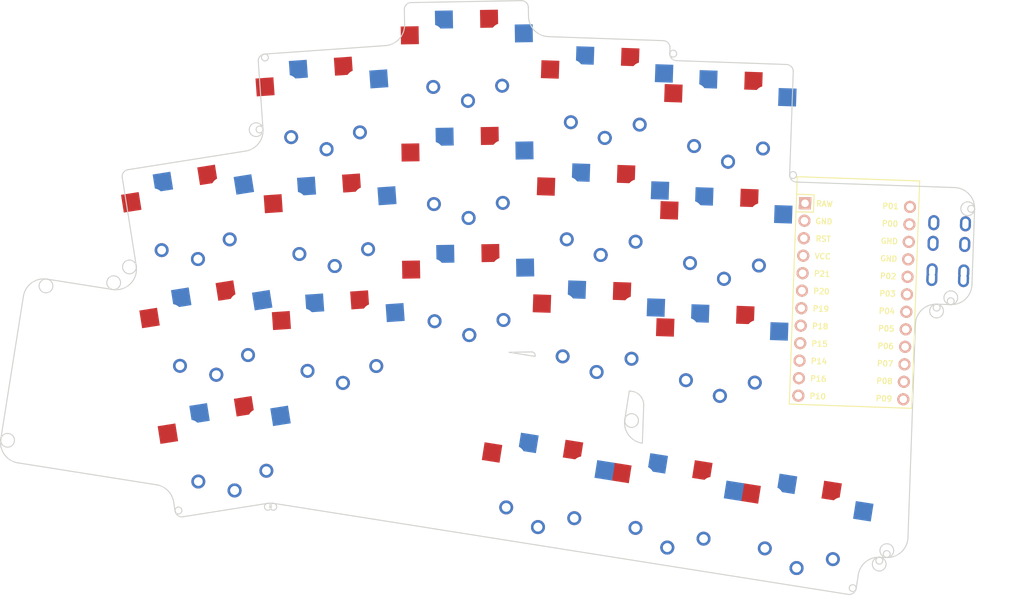
<source format=kicad_pcb>

            
(kicad_pcb (version 20171130) (host pcbnew 5.1.6)

  (page A3)
  (title_block
    (title architeuthis_dux)
    (rev v1.0.0)
    (company Unknown)
  )

  (general
    (thickness 1.6)
  )

  (layers
    (0 F.Cu signal)
    (31 B.Cu signal)
    (32 B.Adhes user)
    (33 F.Adhes user)
    (34 B.Paste user)
    (35 F.Paste user)
    (36 B.SilkS user)
    (37 F.SilkS user)
    (38 B.Mask user)
    (39 F.Mask user)
    (40 Dwgs.User user)
    (41 Cmts.User user)
    (42 Eco1.User user)
    (43 Eco2.User user)
    (44 Edge.Cuts user)
    (45 Margin user)
    (46 B.CrtYd user)
    (47 F.CrtYd user)
    (48 B.Fab user)
    (49 F.Fab user)
  )

  (setup
    (last_trace_width 0.25)
    (trace_clearance 0.2)
    (zone_clearance 0.508)
    (zone_45_only no)
    (trace_min 0.2)
    (via_size 0.8)
    (via_drill 0.4)
    (via_min_size 0.4)
    (via_min_drill 0.3)
    (uvia_size 0.3)
    (uvia_drill 0.1)
    (uvias_allowed no)
    (uvia_min_size 0.2)
    (uvia_min_drill 0.1)
    (edge_width 0.05)
    (segment_width 0.2)
    (pcb_text_width 0.3)
    (pcb_text_size 1.5 1.5)
    (mod_edge_width 0.12)
    (mod_text_size 1 1)
    (mod_text_width 0.15)
    (pad_size 1.524 1.524)
    (pad_drill 0.762)
    (pad_to_mask_clearance 0.05)
    (aux_axis_origin 0 0)
    (visible_elements FFFFFF7F)
    (pcbplotparams
      (layerselection 0x010fc_ffffffff)
      (usegerberextensions false)
      (usegerberattributes true)
      (usegerberadvancedattributes true)
      (creategerberjobfile true)
      (excludeedgelayer true)
      (linewidth 0.100000)
      (plotframeref false)
      (viasonmask false)
      (mode 1)
      (useauxorigin false)
      (hpglpennumber 1)
      (hpglpenspeed 20)
      (hpglpendiameter 15.000000)
      (psnegative false)
      (psa4output false)
      (plotreference true)
      (plotvalue true)
      (plotinvisibletext false)
      (padsonsilk false)
      (subtractmaskfromsilk false)
      (outputformat 1)
      (mirror false)
      (drillshape 1)
      (scaleselection 1)
      (outputdirectory ""))
  )

            (net 0 "")
(net 1 "=column_net")
(net 2 "GND")
(net 3 "RAW")
(net 4 "RST")
(net 5 "VCC")
(net 6 "P21")
(net 7 "P20")
(net 8 "P19")
(net 9 "P18")
(net 10 "P15")
(net 11 "P14")
(net 12 "P16")
(net 13 "P10")
(net 14 "P1")
(net 15 "P0")
(net 16 "P2")
(net 17 "P3")
(net 18 "P4")
(net 19 "P5")
(net 20 "P6")
(net 21 "P7")
(net 22 "P8")
(net 23 "P9")
            
  (net_class Default "This is the default net class."
    (clearance 0.2)
    (trace_width 0.25)
    (via_dia 0.8)
    (via_drill 0.4)
    (uvia_dia 0.3)
    (uvia_drill 0.1)
    (add_net "")
(add_net "=column_net")
(add_net "GND")
(add_net "RAW")
(add_net "RST")
(add_net "VCC")
(add_net "P21")
(add_net "P20")
(add_net "P19")
(add_net "P18")
(add_net "P15")
(add_net "P14")
(add_net "P16")
(add_net "P10")
(add_net "P1")
(add_net "P0")
(add_net "P2")
(add_net "P3")
(add_net "P4")
(add_net "P5")
(add_net "P6")
(add_net "P7")
(add_net "P8")
(add_net "P9")
  )

            
        
      (module PG1350 (layer F.Cu) (tedit 5DD50112)
      (at -2.6593859 0.2092981999999992 9)

      
      (fp_text reference "S1" (at 0 0) (layer F.SilkS) hide (effects (font (size 1.27 1.27) (thickness 0.15))))
      (fp_text value "" (at 0 0) (layer F.SilkS) hide (effects (font (size 1.27 1.27) (thickness 0.15))))

      
      (fp_line (start -7 -6) (end -7 -7) (layer Dwgs.User) (width 0.15))
      (fp_line (start -7 7) (end -6 7) (layer Dwgs.User) (width 0.15))
      (fp_line (start -6 -7) (end -7 -7) (layer Dwgs.User) (width 0.15))
      (fp_line (start -7 7) (end -7 6) (layer Dwgs.User) (width 0.15))
      (fp_line (start 7 6) (end 7 7) (layer Dwgs.User) (width 0.15))
      (fp_line (start 7 -7) (end 6 -7) (layer Dwgs.User) (width 0.15))
      (fp_line (start 6 7) (end 7 7) (layer Dwgs.User) (width 0.15))
      (fp_line (start 7 -7) (end 7 -6) (layer Dwgs.User) (width 0.15))      
      
      
      (pad "" np_thru_hole circle (at 0 0) (size 3.429 3.429) (drill 3.429) (layers *.Cu *.Mask))
        
      
      (pad "" np_thru_hole circle (at 5.5 0) (size 1.7018 1.7018) (drill 1.7018) (layers *.Cu *.Mask))
      (pad "" np_thru_hole circle (at -5.5 0) (size 1.7018 1.7018) (drill 1.7018) (layers *.Cu *.Mask))
      
        
      
      (fp_line (start -9 -8.5) (end 9 -8.5) (layer Dwgs.User) (width 0.15))
      (fp_line (start 9 -8.5) (end 9 8.5) (layer Dwgs.User) (width 0.15))
      (fp_line (start 9 8.5) (end -9 8.5) (layer Dwgs.User) (width 0.15))
      (fp_line (start -9 8.5) (end -9 -8.5) (layer Dwgs.User) (width 0.15))
      
        
          
          (pad "" np_thru_hole circle (at 5 -3.75) (size 3 3) (drill 3) (layers *.Cu *.Mask))
          (pad "" np_thru_hole circle (at 0 -5.95) (size 3 3) (drill 3) (layers *.Cu *.Mask))
      
          
          (pad 1 smd rect (at -3.275 -5.95 9) (size 2.6 2.6) (layers B.Cu B.Paste B.Mask)  (net 1 "=column_net"))
          (pad 2 smd rect (at 8.275 -3.75 9) (size 2.6 2.6) (layers B.Cu B.Paste B.Mask)  (net 2 "GND"))
        
        
          
          (pad "" np_thru_hole circle (at -5 -3.75) (size 3 3) (drill 3) (layers *.Cu *.Mask))
          (pad "" np_thru_hole circle (at 0 -5.95) (size 3 3) (drill 3) (layers *.Cu *.Mask))
      
          
          (pad 1 smd rect (at 3.275 -5.95 9) (size 2.6 2.6) (layers F.Cu F.Paste F.Mask)  (net 1 "=column_net"))
          (pad 2 smd rect (at -8.275 -3.75 9) (size 2.6 2.6) (layers F.Cu F.Paste F.Mask)  (net 2 "GND"))
        )
        

        
      (module PG1350 (layer F.Cu) (tedit 5DD50112)
      (at -5.3187718 -16.5814036 9)

      
      (fp_text reference "S2" (at 0 0) (layer F.SilkS) hide (effects (font (size 1.27 1.27) (thickness 0.15))))
      (fp_text value "" (at 0 0) (layer F.SilkS) hide (effects (font (size 1.27 1.27) (thickness 0.15))))

      
      (fp_line (start -7 -6) (end -7 -7) (layer Dwgs.User) (width 0.15))
      (fp_line (start -7 7) (end -6 7) (layer Dwgs.User) (width 0.15))
      (fp_line (start -6 -7) (end -7 -7) (layer Dwgs.User) (width 0.15))
      (fp_line (start -7 7) (end -7 6) (layer Dwgs.User) (width 0.15))
      (fp_line (start 7 6) (end 7 7) (layer Dwgs.User) (width 0.15))
      (fp_line (start 7 -7) (end 6 -7) (layer Dwgs.User) (width 0.15))
      (fp_line (start 6 7) (end 7 7) (layer Dwgs.User) (width 0.15))
      (fp_line (start 7 -7) (end 7 -6) (layer Dwgs.User) (width 0.15))      
      
      
      (pad "" np_thru_hole circle (at 0 0) (size 3.429 3.429) (drill 3.429) (layers *.Cu *.Mask))
        
      
      (pad "" np_thru_hole circle (at 5.5 0) (size 1.7018 1.7018) (drill 1.7018) (layers *.Cu *.Mask))
      (pad "" np_thru_hole circle (at -5.5 0) (size 1.7018 1.7018) (drill 1.7018) (layers *.Cu *.Mask))
      
        
      
      (fp_line (start -9 -8.5) (end 9 -8.5) (layer Dwgs.User) (width 0.15))
      (fp_line (start 9 -8.5) (end 9 8.5) (layer Dwgs.User) (width 0.15))
      (fp_line (start 9 8.5) (end -9 8.5) (layer Dwgs.User) (width 0.15))
      (fp_line (start -9 8.5) (end -9 -8.5) (layer Dwgs.User) (width 0.15))
      
        
          
          (pad "" np_thru_hole circle (at 5 -3.75) (size 3 3) (drill 3) (layers *.Cu *.Mask))
          (pad "" np_thru_hole circle (at 0 -5.95) (size 3 3) (drill 3) (layers *.Cu *.Mask))
      
          
          (pad 1 smd rect (at -3.275 -5.95 9) (size 2.6 2.6) (layers B.Cu B.Paste B.Mask)  (net 1 "=column_net"))
          (pad 2 smd rect (at 8.275 -3.75 9) (size 2.6 2.6) (layers B.Cu B.Paste B.Mask)  (net 2 "GND"))
        
        
          
          (pad "" np_thru_hole circle (at -5 -3.75) (size 3 3) (drill 3) (layers *.Cu *.Mask))
          (pad "" np_thru_hole circle (at 0 -5.95) (size 3 3) (drill 3) (layers *.Cu *.Mask))
      
          
          (pad 1 smd rect (at 3.275 -5.95 9) (size 2.6 2.6) (layers F.Cu F.Paste F.Mask)  (net 1 "=column_net"))
          (pad 2 smd rect (at -8.275 -3.75 9) (size 2.6 2.6) (layers F.Cu F.Paste F.Mask)  (net 2 "GND"))
        )
        

        
      (module PG1350 (layer F.Cu) (tedit 5DD50112)
      (at -7.978157700000001 -33.3721054 9)

      
      (fp_text reference "S3" (at 0 0) (layer F.SilkS) hide (effects (font (size 1.27 1.27) (thickness 0.15))))
      (fp_text value "" (at 0 0) (layer F.SilkS) hide (effects (font (size 1.27 1.27) (thickness 0.15))))

      
      (fp_line (start -7 -6) (end -7 -7) (layer Dwgs.User) (width 0.15))
      (fp_line (start -7 7) (end -6 7) (layer Dwgs.User) (width 0.15))
      (fp_line (start -6 -7) (end -7 -7) (layer Dwgs.User) (width 0.15))
      (fp_line (start -7 7) (end -7 6) (layer Dwgs.User) (width 0.15))
      (fp_line (start 7 6) (end 7 7) (layer Dwgs.User) (width 0.15))
      (fp_line (start 7 -7) (end 6 -7) (layer Dwgs.User) (width 0.15))
      (fp_line (start 6 7) (end 7 7) (layer Dwgs.User) (width 0.15))
      (fp_line (start 7 -7) (end 7 -6) (layer Dwgs.User) (width 0.15))      
      
      
      (pad "" np_thru_hole circle (at 0 0) (size 3.429 3.429) (drill 3.429) (layers *.Cu *.Mask))
        
      
      (pad "" np_thru_hole circle (at 5.5 0) (size 1.7018 1.7018) (drill 1.7018) (layers *.Cu *.Mask))
      (pad "" np_thru_hole circle (at -5.5 0) (size 1.7018 1.7018) (drill 1.7018) (layers *.Cu *.Mask))
      
        
      
      (fp_line (start -9 -8.5) (end 9 -8.5) (layer Dwgs.User) (width 0.15))
      (fp_line (start 9 -8.5) (end 9 8.5) (layer Dwgs.User) (width 0.15))
      (fp_line (start 9 8.5) (end -9 8.5) (layer Dwgs.User) (width 0.15))
      (fp_line (start -9 8.5) (end -9 -8.5) (layer Dwgs.User) (width 0.15))
      
        
          
          (pad "" np_thru_hole circle (at 5 -3.75) (size 3 3) (drill 3) (layers *.Cu *.Mask))
          (pad "" np_thru_hole circle (at 0 -5.95) (size 3 3) (drill 3) (layers *.Cu *.Mask))
      
          
          (pad 1 smd rect (at -3.275 -5.95 9) (size 2.6 2.6) (layers B.Cu B.Paste B.Mask)  (net 1 "=column_net"))
          (pad 2 smd rect (at 8.275 -3.75 9) (size 2.6 2.6) (layers B.Cu B.Paste B.Mask)  (net 2 "GND"))
        
        
          
          (pad "" np_thru_hole circle (at -5 -3.75) (size 3 3) (drill 3) (layers *.Cu *.Mask))
          (pad "" np_thru_hole circle (at 0 -5.95) (size 3 3) (drill 3) (layers *.Cu *.Mask))
      
          
          (pad 1 smd rect (at 3.275 -5.95 9) (size 2.6 2.6) (layers F.Cu F.Paste F.Mask)  (net 1 "=column_net"))
          (pad 2 smd rect (at -8.275 -3.75 9) (size 2.6 2.6) (layers F.Cu F.Paste F.Mask)  (net 2 "GND"))
        )
        

        
      (module PG1350 (layer F.Cu) (tedit 5DD50112)
      (at 13.5711937 -15.457923199999998 4)

      
      (fp_text reference "S4" (at 0 0) (layer F.SilkS) hide (effects (font (size 1.27 1.27) (thickness 0.15))))
      (fp_text value "" (at 0 0) (layer F.SilkS) hide (effects (font (size 1.27 1.27) (thickness 0.15))))

      
      (fp_line (start -7 -6) (end -7 -7) (layer Dwgs.User) (width 0.15))
      (fp_line (start -7 7) (end -6 7) (layer Dwgs.User) (width 0.15))
      (fp_line (start -6 -7) (end -7 -7) (layer Dwgs.User) (width 0.15))
      (fp_line (start -7 7) (end -7 6) (layer Dwgs.User) (width 0.15))
      (fp_line (start 7 6) (end 7 7) (layer Dwgs.User) (width 0.15))
      (fp_line (start 7 -7) (end 6 -7) (layer Dwgs.User) (width 0.15))
      (fp_line (start 6 7) (end 7 7) (layer Dwgs.User) (width 0.15))
      (fp_line (start 7 -7) (end 7 -6) (layer Dwgs.User) (width 0.15))      
      
      
      (pad "" np_thru_hole circle (at 0 0) (size 3.429 3.429) (drill 3.429) (layers *.Cu *.Mask))
        
      
      (pad "" np_thru_hole circle (at 5.5 0) (size 1.7018 1.7018) (drill 1.7018) (layers *.Cu *.Mask))
      (pad "" np_thru_hole circle (at -5.5 0) (size 1.7018 1.7018) (drill 1.7018) (layers *.Cu *.Mask))
      
        
      
      (fp_line (start -9 -8.5) (end 9 -8.5) (layer Dwgs.User) (width 0.15))
      (fp_line (start 9 -8.5) (end 9 8.5) (layer Dwgs.User) (width 0.15))
      (fp_line (start 9 8.5) (end -9 8.5) (layer Dwgs.User) (width 0.15))
      (fp_line (start -9 8.5) (end -9 -8.5) (layer Dwgs.User) (width 0.15))
      
        
          
          (pad "" np_thru_hole circle (at 5 -3.75) (size 3 3) (drill 3) (layers *.Cu *.Mask))
          (pad "" np_thru_hole circle (at 0 -5.95) (size 3 3) (drill 3) (layers *.Cu *.Mask))
      
          
          (pad 1 smd rect (at -3.275 -5.95 4) (size 2.6 2.6) (layers B.Cu B.Paste B.Mask)  (net 1 "=column_net"))
          (pad 2 smd rect (at 8.275 -3.75 4) (size 2.6 2.6) (layers B.Cu B.Paste B.Mask)  (net 2 "GND"))
        
        
          
          (pad "" np_thru_hole circle (at -5 -3.75) (size 3 3) (drill 3) (layers *.Cu *.Mask))
          (pad "" np_thru_hole circle (at 0 -5.95) (size 3 3) (drill 3) (layers *.Cu *.Mask))
      
          
          (pad 1 smd rect (at 3.275 -5.95 4) (size 2.6 2.6) (layers F.Cu F.Paste F.Mask)  (net 1 "=column_net"))
          (pad 2 smd rect (at -8.275 -3.75 4) (size 2.6 2.6) (layers F.Cu F.Paste F.Mask)  (net 2 "GND"))
        )
        

        
      (module PG1350 (layer F.Cu) (tedit 5DD50112)
      (at 12.385333600000001 -32.4165121 4)

      
      (fp_text reference "S5" (at 0 0) (layer F.SilkS) hide (effects (font (size 1.27 1.27) (thickness 0.15))))
      (fp_text value "" (at 0 0) (layer F.SilkS) hide (effects (font (size 1.27 1.27) (thickness 0.15))))

      
      (fp_line (start -7 -6) (end -7 -7) (layer Dwgs.User) (width 0.15))
      (fp_line (start -7 7) (end -6 7) (layer Dwgs.User) (width 0.15))
      (fp_line (start -6 -7) (end -7 -7) (layer Dwgs.User) (width 0.15))
      (fp_line (start -7 7) (end -7 6) (layer Dwgs.User) (width 0.15))
      (fp_line (start 7 6) (end 7 7) (layer Dwgs.User) (width 0.15))
      (fp_line (start 7 -7) (end 6 -7) (layer Dwgs.User) (width 0.15))
      (fp_line (start 6 7) (end 7 7) (layer Dwgs.User) (width 0.15))
      (fp_line (start 7 -7) (end 7 -6) (layer Dwgs.User) (width 0.15))      
      
      
      (pad "" np_thru_hole circle (at 0 0) (size 3.429 3.429) (drill 3.429) (layers *.Cu *.Mask))
        
      
      (pad "" np_thru_hole circle (at 5.5 0) (size 1.7018 1.7018) (drill 1.7018) (layers *.Cu *.Mask))
      (pad "" np_thru_hole circle (at -5.5 0) (size 1.7018 1.7018) (drill 1.7018) (layers *.Cu *.Mask))
      
        
      
      (fp_line (start -9 -8.5) (end 9 -8.5) (layer Dwgs.User) (width 0.15))
      (fp_line (start 9 -8.5) (end 9 8.5) (layer Dwgs.User) (width 0.15))
      (fp_line (start 9 8.5) (end -9 8.5) (layer Dwgs.User) (width 0.15))
      (fp_line (start -9 8.5) (end -9 -8.5) (layer Dwgs.User) (width 0.15))
      
        
          
          (pad "" np_thru_hole circle (at 5 -3.75) (size 3 3) (drill 3) (layers *.Cu *.Mask))
          (pad "" np_thru_hole circle (at 0 -5.95) (size 3 3) (drill 3) (layers *.Cu *.Mask))
      
          
          (pad 1 smd rect (at -3.275 -5.95 4) (size 2.6 2.6) (layers B.Cu B.Paste B.Mask)  (net 1 "=column_net"))
          (pad 2 smd rect (at 8.275 -3.75 4) (size 2.6 2.6) (layers B.Cu B.Paste B.Mask)  (net 2 "GND"))
        
        
          
          (pad "" np_thru_hole circle (at -5 -3.75) (size 3 3) (drill 3) (layers *.Cu *.Mask))
          (pad "" np_thru_hole circle (at 0 -5.95) (size 3 3) (drill 3) (layers *.Cu *.Mask))
      
          
          (pad 1 smd rect (at 3.275 -5.95 4) (size 2.6 2.6) (layers F.Cu F.Paste F.Mask)  (net 1 "=column_net"))
          (pad 2 smd rect (at -8.275 -3.75 4) (size 2.6 2.6) (layers F.Cu F.Paste F.Mask)  (net 2 "GND"))
        )
        

        
      (module PG1350 (layer F.Cu) (tedit 5DD50112)
      (at 11.199473500000002 -49.375101 4)

      
      (fp_text reference "S6" (at 0 0) (layer F.SilkS) hide (effects (font (size 1.27 1.27) (thickness 0.15))))
      (fp_text value "" (at 0 0) (layer F.SilkS) hide (effects (font (size 1.27 1.27) (thickness 0.15))))

      
      (fp_line (start -7 -6) (end -7 -7) (layer Dwgs.User) (width 0.15))
      (fp_line (start -7 7) (end -6 7) (layer Dwgs.User) (width 0.15))
      (fp_line (start -6 -7) (end -7 -7) (layer Dwgs.User) (width 0.15))
      (fp_line (start -7 7) (end -7 6) (layer Dwgs.User) (width 0.15))
      (fp_line (start 7 6) (end 7 7) (layer Dwgs.User) (width 0.15))
      (fp_line (start 7 -7) (end 6 -7) (layer Dwgs.User) (width 0.15))
      (fp_line (start 6 7) (end 7 7) (layer Dwgs.User) (width 0.15))
      (fp_line (start 7 -7) (end 7 -6) (layer Dwgs.User) (width 0.15))      
      
      
      (pad "" np_thru_hole circle (at 0 0) (size 3.429 3.429) (drill 3.429) (layers *.Cu *.Mask))
        
      
      (pad "" np_thru_hole circle (at 5.5 0) (size 1.7018 1.7018) (drill 1.7018) (layers *.Cu *.Mask))
      (pad "" np_thru_hole circle (at -5.5 0) (size 1.7018 1.7018) (drill 1.7018) (layers *.Cu *.Mask))
      
        
      
      (fp_line (start -9 -8.5) (end 9 -8.5) (layer Dwgs.User) (width 0.15))
      (fp_line (start 9 -8.5) (end 9 8.5) (layer Dwgs.User) (width 0.15))
      (fp_line (start 9 8.5) (end -9 8.5) (layer Dwgs.User) (width 0.15))
      (fp_line (start -9 8.5) (end -9 -8.5) (layer Dwgs.User) (width 0.15))
      
        
          
          (pad "" np_thru_hole circle (at 5 -3.75) (size 3 3) (drill 3) (layers *.Cu *.Mask))
          (pad "" np_thru_hole circle (at 0 -5.95) (size 3 3) (drill 3) (layers *.Cu *.Mask))
      
          
          (pad 1 smd rect (at -3.275 -5.95 4) (size 2.6 2.6) (layers B.Cu B.Paste B.Mask)  (net 1 "=column_net"))
          (pad 2 smd rect (at 8.275 -3.75 4) (size 2.6 2.6) (layers B.Cu B.Paste B.Mask)  (net 2 "GND"))
        
        
          
          (pad "" np_thru_hole circle (at -5 -3.75) (size 3 3) (drill 3) (layers *.Cu *.Mask))
          (pad "" np_thru_hole circle (at 0 -5.95) (size 3 3) (drill 3) (layers *.Cu *.Mask))
      
          
          (pad 1 smd rect (at 3.275 -5.95 4) (size 2.6 2.6) (layers F.Cu F.Paste F.Mask)  (net 1 "=column_net"))
          (pad 2 smd rect (at -8.275 -3.75 4) (size 2.6 2.6) (layers F.Cu F.Paste F.Mask)  (net 2 "GND"))
        )
        

        
      (module PG1350 (layer F.Cu) (tedit 5DD50112)
      (at 32.2211985 -22.4087152 1)

      
      (fp_text reference "S7" (at 0 0) (layer F.SilkS) hide (effects (font (size 1.27 1.27) (thickness 0.15))))
      (fp_text value "" (at 0 0) (layer F.SilkS) hide (effects (font (size 1.27 1.27) (thickness 0.15))))

      
      (fp_line (start -7 -6) (end -7 -7) (layer Dwgs.User) (width 0.15))
      (fp_line (start -7 7) (end -6 7) (layer Dwgs.User) (width 0.15))
      (fp_line (start -6 -7) (end -7 -7) (layer Dwgs.User) (width 0.15))
      (fp_line (start -7 7) (end -7 6) (layer Dwgs.User) (width 0.15))
      (fp_line (start 7 6) (end 7 7) (layer Dwgs.User) (width 0.15))
      (fp_line (start 7 -7) (end 6 -7) (layer Dwgs.User) (width 0.15))
      (fp_line (start 6 7) (end 7 7) (layer Dwgs.User) (width 0.15))
      (fp_line (start 7 -7) (end 7 -6) (layer Dwgs.User) (width 0.15))      
      
      
      (pad "" np_thru_hole circle (at 0 0) (size 3.429 3.429) (drill 3.429) (layers *.Cu *.Mask))
        
      
      (pad "" np_thru_hole circle (at 5.5 0) (size 1.7018 1.7018) (drill 1.7018) (layers *.Cu *.Mask))
      (pad "" np_thru_hole circle (at -5.5 0) (size 1.7018 1.7018) (drill 1.7018) (layers *.Cu *.Mask))
      
        
      
      (fp_line (start -9 -8.5) (end 9 -8.5) (layer Dwgs.User) (width 0.15))
      (fp_line (start 9 -8.5) (end 9 8.5) (layer Dwgs.User) (width 0.15))
      (fp_line (start 9 8.5) (end -9 8.5) (layer Dwgs.User) (width 0.15))
      (fp_line (start -9 8.5) (end -9 -8.5) (layer Dwgs.User) (width 0.15))
      
        
          
          (pad "" np_thru_hole circle (at 5 -3.75) (size 3 3) (drill 3) (layers *.Cu *.Mask))
          (pad "" np_thru_hole circle (at 0 -5.95) (size 3 3) (drill 3) (layers *.Cu *.Mask))
      
          
          (pad 1 smd rect (at -3.275 -5.95 1) (size 2.6 2.6) (layers B.Cu B.Paste B.Mask)  (net 1 "=column_net"))
          (pad 2 smd rect (at 8.275 -3.75 1) (size 2.6 2.6) (layers B.Cu B.Paste B.Mask)  (net 2 "GND"))
        
        
          
          (pad "" np_thru_hole circle (at -5 -3.75) (size 3 3) (drill 3) (layers *.Cu *.Mask))
          (pad "" np_thru_hole circle (at 0 -5.95) (size 3 3) (drill 3) (layers *.Cu *.Mask))
      
          
          (pad 1 smd rect (at 3.275 -5.95 1) (size 2.6 2.6) (layers F.Cu F.Paste F.Mask)  (net 1 "=column_net"))
          (pad 2 smd rect (at -8.275 -3.75 1) (size 2.6 2.6) (layers F.Cu F.Paste F.Mask)  (net 2 "GND"))
        )
        

        
      (module PG1350 (layer F.Cu) (tedit 5DD50112)
      (at 32.1244771 -39.4096165 1)

      
      (fp_text reference "S8" (at 0 0) (layer F.SilkS) hide (effects (font (size 1.27 1.27) (thickness 0.15))))
      (fp_text value "" (at 0 0) (layer F.SilkS) hide (effects (font (size 1.27 1.27) (thickness 0.15))))

      
      (fp_line (start -7 -6) (end -7 -7) (layer Dwgs.User) (width 0.15))
      (fp_line (start -7 7) (end -6 7) (layer Dwgs.User) (width 0.15))
      (fp_line (start -6 -7) (end -7 -7) (layer Dwgs.User) (width 0.15))
      (fp_line (start -7 7) (end -7 6) (layer Dwgs.User) (width 0.15))
      (fp_line (start 7 6) (end 7 7) (layer Dwgs.User) (width 0.15))
      (fp_line (start 7 -7) (end 6 -7) (layer Dwgs.User) (width 0.15))
      (fp_line (start 6 7) (end 7 7) (layer Dwgs.User) (width 0.15))
      (fp_line (start 7 -7) (end 7 -6) (layer Dwgs.User) (width 0.15))      
      
      
      (pad "" np_thru_hole circle (at 0 0) (size 3.429 3.429) (drill 3.429) (layers *.Cu *.Mask))
        
      
      (pad "" np_thru_hole circle (at 5.5 0) (size 1.7018 1.7018) (drill 1.7018) (layers *.Cu *.Mask))
      (pad "" np_thru_hole circle (at -5.5 0) (size 1.7018 1.7018) (drill 1.7018) (layers *.Cu *.Mask))
      
        
      
      (fp_line (start -9 -8.5) (end 9 -8.5) (layer Dwgs.User) (width 0.15))
      (fp_line (start 9 -8.5) (end 9 8.5) (layer Dwgs.User) (width 0.15))
      (fp_line (start 9 8.5) (end -9 8.5) (layer Dwgs.User) (width 0.15))
      (fp_line (start -9 8.5) (end -9 -8.5) (layer Dwgs.User) (width 0.15))
      
        
          
          (pad "" np_thru_hole circle (at 5 -3.75) (size 3 3) (drill 3) (layers *.Cu *.Mask))
          (pad "" np_thru_hole circle (at 0 -5.95) (size 3 3) (drill 3) (layers *.Cu *.Mask))
      
          
          (pad 1 smd rect (at -3.275 -5.95 1) (size 2.6 2.6) (layers B.Cu B.Paste B.Mask)  (net 1 "=column_net"))
          (pad 2 smd rect (at 8.275 -3.75 1) (size 2.6 2.6) (layers B.Cu B.Paste B.Mask)  (net 2 "GND"))
        
        
          
          (pad "" np_thru_hole circle (at -5 -3.75) (size 3 3) (drill 3) (layers *.Cu *.Mask))
          (pad "" np_thru_hole circle (at 0 -5.95) (size 3 3) (drill 3) (layers *.Cu *.Mask))
      
          
          (pad 1 smd rect (at 3.275 -5.95 1) (size 2.6 2.6) (layers F.Cu F.Paste F.Mask)  (net 1 "=column_net"))
          (pad 2 smd rect (at -8.275 -3.75 1) (size 2.6 2.6) (layers F.Cu F.Paste F.Mask)  (net 2 "GND"))
        )
        

        
      (module PG1350 (layer F.Cu) (tedit 5DD50112)
      (at 32.0277557 -56.410517799999994 1)

      
      (fp_text reference "S9" (at 0 0) (layer F.SilkS) hide (effects (font (size 1.27 1.27) (thickness 0.15))))
      (fp_text value "" (at 0 0) (layer F.SilkS) hide (effects (font (size 1.27 1.27) (thickness 0.15))))

      
      (fp_line (start -7 -6) (end -7 -7) (layer Dwgs.User) (width 0.15))
      (fp_line (start -7 7) (end -6 7) (layer Dwgs.User) (width 0.15))
      (fp_line (start -6 -7) (end -7 -7) (layer Dwgs.User) (width 0.15))
      (fp_line (start -7 7) (end -7 6) (layer Dwgs.User) (width 0.15))
      (fp_line (start 7 6) (end 7 7) (layer Dwgs.User) (width 0.15))
      (fp_line (start 7 -7) (end 6 -7) (layer Dwgs.User) (width 0.15))
      (fp_line (start 6 7) (end 7 7) (layer Dwgs.User) (width 0.15))
      (fp_line (start 7 -7) (end 7 -6) (layer Dwgs.User) (width 0.15))      
      
      
      (pad "" np_thru_hole circle (at 0 0) (size 3.429 3.429) (drill 3.429) (layers *.Cu *.Mask))
        
      
      (pad "" np_thru_hole circle (at 5.5 0) (size 1.7018 1.7018) (drill 1.7018) (layers *.Cu *.Mask))
      (pad "" np_thru_hole circle (at -5.5 0) (size 1.7018 1.7018) (drill 1.7018) (layers *.Cu *.Mask))
      
        
      
      (fp_line (start -9 -8.5) (end 9 -8.5) (layer Dwgs.User) (width 0.15))
      (fp_line (start 9 -8.5) (end 9 8.5) (layer Dwgs.User) (width 0.15))
      (fp_line (start 9 8.5) (end -9 8.5) (layer Dwgs.User) (width 0.15))
      (fp_line (start -9 8.5) (end -9 -8.5) (layer Dwgs.User) (width 0.15))
      
        
          
          (pad "" np_thru_hole circle (at 5 -3.75) (size 3 3) (drill 3) (layers *.Cu *.Mask))
          (pad "" np_thru_hole circle (at 0 -5.95) (size 3 3) (drill 3) (layers *.Cu *.Mask))
      
          
          (pad 1 smd rect (at -3.275 -5.95 1) (size 2.6 2.6) (layers B.Cu B.Paste B.Mask)  (net 1 "=column_net"))
          (pad 2 smd rect (at 8.275 -3.75 1) (size 2.6 2.6) (layers B.Cu B.Paste B.Mask)  (net 2 "GND"))
        
        
          
          (pad "" np_thru_hole circle (at -5 -3.75) (size 3 3) (drill 3) (layers *.Cu *.Mask))
          (pad "" np_thru_hole circle (at 0 -5.95) (size 3 3) (drill 3) (layers *.Cu *.Mask))
      
          
          (pad 1 smd rect (at 3.275 -5.95 1) (size 2.6 2.6) (layers F.Cu F.Paste F.Mask)  (net 1 "=column_net"))
          (pad 2 smd rect (at -8.275 -3.75 1) (size 2.6 2.6) (layers F.Cu F.Paste F.Mask)  (net 2 "GND"))
        )
        

        
      (module PG1350 (layer F.Cu) (tedit 5DD50112)
      (at 51.007366899999994 -17.0457976 -2)

      
      (fp_text reference "S10" (at 0 0) (layer F.SilkS) hide (effects (font (size 1.27 1.27) (thickness 0.15))))
      (fp_text value "" (at 0 0) (layer F.SilkS) hide (effects (font (size 1.27 1.27) (thickness 0.15))))

      
      (fp_line (start -7 -6) (end -7 -7) (layer Dwgs.User) (width 0.15))
      (fp_line (start -7 7) (end -6 7) (layer Dwgs.User) (width 0.15))
      (fp_line (start -6 -7) (end -7 -7) (layer Dwgs.User) (width 0.15))
      (fp_line (start -7 7) (end -7 6) (layer Dwgs.User) (width 0.15))
      (fp_line (start 7 6) (end 7 7) (layer Dwgs.User) (width 0.15))
      (fp_line (start 7 -7) (end 6 -7) (layer Dwgs.User) (width 0.15))
      (fp_line (start 6 7) (end 7 7) (layer Dwgs.User) (width 0.15))
      (fp_line (start 7 -7) (end 7 -6) (layer Dwgs.User) (width 0.15))      
      
      
      (pad "" np_thru_hole circle (at 0 0) (size 3.429 3.429) (drill 3.429) (layers *.Cu *.Mask))
        
      
      (pad "" np_thru_hole circle (at 5.5 0) (size 1.7018 1.7018) (drill 1.7018) (layers *.Cu *.Mask))
      (pad "" np_thru_hole circle (at -5.5 0) (size 1.7018 1.7018) (drill 1.7018) (layers *.Cu *.Mask))
      
        
      
      (fp_line (start -9 -8.5) (end 9 -8.5) (layer Dwgs.User) (width 0.15))
      (fp_line (start 9 -8.5) (end 9 8.5) (layer Dwgs.User) (width 0.15))
      (fp_line (start 9 8.5) (end -9 8.5) (layer Dwgs.User) (width 0.15))
      (fp_line (start -9 8.5) (end -9 -8.5) (layer Dwgs.User) (width 0.15))
      
        
          
          (pad "" np_thru_hole circle (at 5 -3.75) (size 3 3) (drill 3) (layers *.Cu *.Mask))
          (pad "" np_thru_hole circle (at 0 -5.95) (size 3 3) (drill 3) (layers *.Cu *.Mask))
      
          
          (pad 1 smd rect (at -3.275 -5.95 -2) (size 2.6 2.6) (layers B.Cu B.Paste B.Mask)  (net 1 "=column_net"))
          (pad 2 smd rect (at 8.275 -3.75 -2) (size 2.6 2.6) (layers B.Cu B.Paste B.Mask)  (net 2 "GND"))
        
        
          
          (pad "" np_thru_hole circle (at -5 -3.75) (size 3 3) (drill 3) (layers *.Cu *.Mask))
          (pad "" np_thru_hole circle (at 0 -5.95) (size 3 3) (drill 3) (layers *.Cu *.Mask))
      
          
          (pad 1 smd rect (at 3.275 -5.95 -2) (size 2.6 2.6) (layers F.Cu F.Paste F.Mask)  (net 1 "=column_net"))
          (pad 2 smd rect (at -8.275 -3.75 -2) (size 2.6 2.6) (layers F.Cu F.Paste F.Mask)  (net 2 "GND"))
        )
        

        
      (module PG1350 (layer F.Cu) (tedit 5DD50112)
      (at 51.60065829999999 -34.0354417 -2)

      
      (fp_text reference "S11" (at 0 0) (layer F.SilkS) hide (effects (font (size 1.27 1.27) (thickness 0.15))))
      (fp_text value "" (at 0 0) (layer F.SilkS) hide (effects (font (size 1.27 1.27) (thickness 0.15))))

      
      (fp_line (start -7 -6) (end -7 -7) (layer Dwgs.User) (width 0.15))
      (fp_line (start -7 7) (end -6 7) (layer Dwgs.User) (width 0.15))
      (fp_line (start -6 -7) (end -7 -7) (layer Dwgs.User) (width 0.15))
      (fp_line (start -7 7) (end -7 6) (layer Dwgs.User) (width 0.15))
      (fp_line (start 7 6) (end 7 7) (layer Dwgs.User) (width 0.15))
      (fp_line (start 7 -7) (end 6 -7) (layer Dwgs.User) (width 0.15))
      (fp_line (start 6 7) (end 7 7) (layer Dwgs.User) (width 0.15))
      (fp_line (start 7 -7) (end 7 -6) (layer Dwgs.User) (width 0.15))      
      
      
      (pad "" np_thru_hole circle (at 0 0) (size 3.429 3.429) (drill 3.429) (layers *.Cu *.Mask))
        
      
      (pad "" np_thru_hole circle (at 5.5 0) (size 1.7018 1.7018) (drill 1.7018) (layers *.Cu *.Mask))
      (pad "" np_thru_hole circle (at -5.5 0) (size 1.7018 1.7018) (drill 1.7018) (layers *.Cu *.Mask))
      
        
      
      (fp_line (start -9 -8.5) (end 9 -8.5) (layer Dwgs.User) (width 0.15))
      (fp_line (start 9 -8.5) (end 9 8.5) (layer Dwgs.User) (width 0.15))
      (fp_line (start 9 8.5) (end -9 8.5) (layer Dwgs.User) (width 0.15))
      (fp_line (start -9 8.5) (end -9 -8.5) (layer Dwgs.User) (width 0.15))
      
        
          
          (pad "" np_thru_hole circle (at 5 -3.75) (size 3 3) (drill 3) (layers *.Cu *.Mask))
          (pad "" np_thru_hole circle (at 0 -5.95) (size 3 3) (drill 3) (layers *.Cu *.Mask))
      
          
          (pad 1 smd rect (at -3.275 -5.95 -2) (size 2.6 2.6) (layers B.Cu B.Paste B.Mask)  (net 1 "=column_net"))
          (pad 2 smd rect (at 8.275 -3.75 -2) (size 2.6 2.6) (layers B.Cu B.Paste B.Mask)  (net 2 "GND"))
        
        
          
          (pad "" np_thru_hole circle (at -5 -3.75) (size 3 3) (drill 3) (layers *.Cu *.Mask))
          (pad "" np_thru_hole circle (at 0 -5.95) (size 3 3) (drill 3) (layers *.Cu *.Mask))
      
          
          (pad 1 smd rect (at 3.275 -5.95 -2) (size 2.6 2.6) (layers F.Cu F.Paste F.Mask)  (net 1 "=column_net"))
          (pad 2 smd rect (at -8.275 -3.75 -2) (size 2.6 2.6) (layers F.Cu F.Paste F.Mask)  (net 2 "GND"))
        )
        

        
      (module PG1350 (layer F.Cu) (tedit 5DD50112)
      (at 52.19394969999999 -51.0250858 -2)

      
      (fp_text reference "S12" (at 0 0) (layer F.SilkS) hide (effects (font (size 1.27 1.27) (thickness 0.15))))
      (fp_text value "" (at 0 0) (layer F.SilkS) hide (effects (font (size 1.27 1.27) (thickness 0.15))))

      
      (fp_line (start -7 -6) (end -7 -7) (layer Dwgs.User) (width 0.15))
      (fp_line (start -7 7) (end -6 7) (layer Dwgs.User) (width 0.15))
      (fp_line (start -6 -7) (end -7 -7) (layer Dwgs.User) (width 0.15))
      (fp_line (start -7 7) (end -7 6) (layer Dwgs.User) (width 0.15))
      (fp_line (start 7 6) (end 7 7) (layer Dwgs.User) (width 0.15))
      (fp_line (start 7 -7) (end 6 -7) (layer Dwgs.User) (width 0.15))
      (fp_line (start 6 7) (end 7 7) (layer Dwgs.User) (width 0.15))
      (fp_line (start 7 -7) (end 7 -6) (layer Dwgs.User) (width 0.15))      
      
      
      (pad "" np_thru_hole circle (at 0 0) (size 3.429 3.429) (drill 3.429) (layers *.Cu *.Mask))
        
      
      (pad "" np_thru_hole circle (at 5.5 0) (size 1.7018 1.7018) (drill 1.7018) (layers *.Cu *.Mask))
      (pad "" np_thru_hole circle (at -5.5 0) (size 1.7018 1.7018) (drill 1.7018) (layers *.Cu *.Mask))
      
        
      
      (fp_line (start -9 -8.5) (end 9 -8.5) (layer Dwgs.User) (width 0.15))
      (fp_line (start 9 -8.5) (end 9 8.5) (layer Dwgs.User) (width 0.15))
      (fp_line (start 9 8.5) (end -9 8.5) (layer Dwgs.User) (width 0.15))
      (fp_line (start -9 8.5) (end -9 -8.5) (layer Dwgs.User) (width 0.15))
      
        
          
          (pad "" np_thru_hole circle (at 5 -3.75) (size 3 3) (drill 3) (layers *.Cu *.Mask))
          (pad "" np_thru_hole circle (at 0 -5.95) (size 3 3) (drill 3) (layers *.Cu *.Mask))
      
          
          (pad 1 smd rect (at -3.275 -5.95 -2) (size 2.6 2.6) (layers B.Cu B.Paste B.Mask)  (net 1 "=column_net"))
          (pad 2 smd rect (at 8.275 -3.75 -2) (size 2.6 2.6) (layers B.Cu B.Paste B.Mask)  (net 2 "GND"))
        
        
          
          (pad "" np_thru_hole circle (at -5 -3.75) (size 3 3) (drill 3) (layers *.Cu *.Mask))
          (pad "" np_thru_hole circle (at 0 -5.95) (size 3 3) (drill 3) (layers *.Cu *.Mask))
      
          
          (pad 1 smd rect (at 3.275 -5.95 -2) (size 2.6 2.6) (layers F.Cu F.Paste F.Mask)  (net 1 "=column_net"))
          (pad 2 smd rect (at -8.275 -3.75 -2) (size 2.6 2.6) (layers F.Cu F.Paste F.Mask)  (net 2 "GND"))
        )
        

        
      (module PG1350 (layer F.Cu) (tedit 5DD50112)
      (at 68.8975198 -13.585999399999999 -2)

      
      (fp_text reference "S13" (at 0 0) (layer F.SilkS) hide (effects (font (size 1.27 1.27) (thickness 0.15))))
      (fp_text value "" (at 0 0) (layer F.SilkS) hide (effects (font (size 1.27 1.27) (thickness 0.15))))

      
      (fp_line (start -7 -6) (end -7 -7) (layer Dwgs.User) (width 0.15))
      (fp_line (start -7 7) (end -6 7) (layer Dwgs.User) (width 0.15))
      (fp_line (start -6 -7) (end -7 -7) (layer Dwgs.User) (width 0.15))
      (fp_line (start -7 7) (end -7 6) (layer Dwgs.User) (width 0.15))
      (fp_line (start 7 6) (end 7 7) (layer Dwgs.User) (width 0.15))
      (fp_line (start 7 -7) (end 6 -7) (layer Dwgs.User) (width 0.15))
      (fp_line (start 6 7) (end 7 7) (layer Dwgs.User) (width 0.15))
      (fp_line (start 7 -7) (end 7 -6) (layer Dwgs.User) (width 0.15))      
      
      
      (pad "" np_thru_hole circle (at 0 0) (size 3.429 3.429) (drill 3.429) (layers *.Cu *.Mask))
        
      
      (pad "" np_thru_hole circle (at 5.5 0) (size 1.7018 1.7018) (drill 1.7018) (layers *.Cu *.Mask))
      (pad "" np_thru_hole circle (at -5.5 0) (size 1.7018 1.7018) (drill 1.7018) (layers *.Cu *.Mask))
      
        
      
      (fp_line (start -9 -8.5) (end 9 -8.5) (layer Dwgs.User) (width 0.15))
      (fp_line (start 9 -8.5) (end 9 8.5) (layer Dwgs.User) (width 0.15))
      (fp_line (start 9 8.5) (end -9 8.5) (layer Dwgs.User) (width 0.15))
      (fp_line (start -9 8.5) (end -9 -8.5) (layer Dwgs.User) (width 0.15))
      
        
          
          (pad "" np_thru_hole circle (at 5 -3.75) (size 3 3) (drill 3) (layers *.Cu *.Mask))
          (pad "" np_thru_hole circle (at 0 -5.95) (size 3 3) (drill 3) (layers *.Cu *.Mask))
      
          
          (pad 1 smd rect (at -3.275 -5.95 -2) (size 2.6 2.6) (layers B.Cu B.Paste B.Mask)  (net 1 "=column_net"))
          (pad 2 smd rect (at 8.275 -3.75 -2) (size 2.6 2.6) (layers B.Cu B.Paste B.Mask)  (net 2 "GND"))
        
        
          
          (pad "" np_thru_hole circle (at -5 -3.75) (size 3 3) (drill 3) (layers *.Cu *.Mask))
          (pad "" np_thru_hole circle (at 0 -5.95) (size 3 3) (drill 3) (layers *.Cu *.Mask))
      
          
          (pad 1 smd rect (at 3.275 -5.95 -2) (size 2.6 2.6) (layers F.Cu F.Paste F.Mask)  (net 1 "=column_net"))
          (pad 2 smd rect (at -8.275 -3.75 -2) (size 2.6 2.6) (layers F.Cu F.Paste F.Mask)  (net 2 "GND"))
        )
        

        
      (module PG1350 (layer F.Cu) (tedit 5DD50112)
      (at 69.4908112 -30.575643499999998 -2)

      
      (fp_text reference "S14" (at 0 0) (layer F.SilkS) hide (effects (font (size 1.27 1.27) (thickness 0.15))))
      (fp_text value "" (at 0 0) (layer F.SilkS) hide (effects (font (size 1.27 1.27) (thickness 0.15))))

      
      (fp_line (start -7 -6) (end -7 -7) (layer Dwgs.User) (width 0.15))
      (fp_line (start -7 7) (end -6 7) (layer Dwgs.User) (width 0.15))
      (fp_line (start -6 -7) (end -7 -7) (layer Dwgs.User) (width 0.15))
      (fp_line (start -7 7) (end -7 6) (layer Dwgs.User) (width 0.15))
      (fp_line (start 7 6) (end 7 7) (layer Dwgs.User) (width 0.15))
      (fp_line (start 7 -7) (end 6 -7) (layer Dwgs.User) (width 0.15))
      (fp_line (start 6 7) (end 7 7) (layer Dwgs.User) (width 0.15))
      (fp_line (start 7 -7) (end 7 -6) (layer Dwgs.User) (width 0.15))      
      
      
      (pad "" np_thru_hole circle (at 0 0) (size 3.429 3.429) (drill 3.429) (layers *.Cu *.Mask))
        
      
      (pad "" np_thru_hole circle (at 5.5 0) (size 1.7018 1.7018) (drill 1.7018) (layers *.Cu *.Mask))
      (pad "" np_thru_hole circle (at -5.5 0) (size 1.7018 1.7018) (drill 1.7018) (layers *.Cu *.Mask))
      
        
      
      (fp_line (start -9 -8.5) (end 9 -8.5) (layer Dwgs.User) (width 0.15))
      (fp_line (start 9 -8.5) (end 9 8.5) (layer Dwgs.User) (width 0.15))
      (fp_line (start 9 8.5) (end -9 8.5) (layer Dwgs.User) (width 0.15))
      (fp_line (start -9 8.5) (end -9 -8.5) (layer Dwgs.User) (width 0.15))
      
        
          
          (pad "" np_thru_hole circle (at 5 -3.75) (size 3 3) (drill 3) (layers *.Cu *.Mask))
          (pad "" np_thru_hole circle (at 0 -5.95) (size 3 3) (drill 3) (layers *.Cu *.Mask))
      
          
          (pad 1 smd rect (at -3.275 -5.95 -2) (size 2.6 2.6) (layers B.Cu B.Paste B.Mask)  (net 1 "=column_net"))
          (pad 2 smd rect (at 8.275 -3.75 -2) (size 2.6 2.6) (layers B.Cu B.Paste B.Mask)  (net 2 "GND"))
        
        
          
          (pad "" np_thru_hole circle (at -5 -3.75) (size 3 3) (drill 3) (layers *.Cu *.Mask))
          (pad "" np_thru_hole circle (at 0 -5.95) (size 3 3) (drill 3) (layers *.Cu *.Mask))
      
          
          (pad 1 smd rect (at 3.275 -5.95 -2) (size 2.6 2.6) (layers F.Cu F.Paste F.Mask)  (net 1 "=column_net"))
          (pad 2 smd rect (at -8.275 -3.75 -2) (size 2.6 2.6) (layers F.Cu F.Paste F.Mask)  (net 2 "GND"))
        )
        

        
      (module PG1350 (layer F.Cu) (tedit 5DD50112)
      (at 70.0841026 -47.5652876 -2)

      
      (fp_text reference "S15" (at 0 0) (layer F.SilkS) hide (effects (font (size 1.27 1.27) (thickness 0.15))))
      (fp_text value "" (at 0 0) (layer F.SilkS) hide (effects (font (size 1.27 1.27) (thickness 0.15))))

      
      (fp_line (start -7 -6) (end -7 -7) (layer Dwgs.User) (width 0.15))
      (fp_line (start -7 7) (end -6 7) (layer Dwgs.User) (width 0.15))
      (fp_line (start -6 -7) (end -7 -7) (layer Dwgs.User) (width 0.15))
      (fp_line (start -7 7) (end -7 6) (layer Dwgs.User) (width 0.15))
      (fp_line (start 7 6) (end 7 7) (layer Dwgs.User) (width 0.15))
      (fp_line (start 7 -7) (end 6 -7) (layer Dwgs.User) (width 0.15))
      (fp_line (start 6 7) (end 7 7) (layer Dwgs.User) (width 0.15))
      (fp_line (start 7 -7) (end 7 -6) (layer Dwgs.User) (width 0.15))      
      
      
      (pad "" np_thru_hole circle (at 0 0) (size 3.429 3.429) (drill 3.429) (layers *.Cu *.Mask))
        
      
      (pad "" np_thru_hole circle (at 5.5 0) (size 1.7018 1.7018) (drill 1.7018) (layers *.Cu *.Mask))
      (pad "" np_thru_hole circle (at -5.5 0) (size 1.7018 1.7018) (drill 1.7018) (layers *.Cu *.Mask))
      
        
      
      (fp_line (start -9 -8.5) (end 9 -8.5) (layer Dwgs.User) (width 0.15))
      (fp_line (start 9 -8.5) (end 9 8.5) (layer Dwgs.User) (width 0.15))
      (fp_line (start 9 8.5) (end -9 8.5) (layer Dwgs.User) (width 0.15))
      (fp_line (start -9 8.5) (end -9 -8.5) (layer Dwgs.User) (width 0.15))
      
        
          
          (pad "" np_thru_hole circle (at 5 -3.75) (size 3 3) (drill 3) (layers *.Cu *.Mask))
          (pad "" np_thru_hole circle (at 0 -5.95) (size 3 3) (drill 3) (layers *.Cu *.Mask))
      
          
          (pad 1 smd rect (at -3.275 -5.95 -2) (size 2.6 2.6) (layers B.Cu B.Paste B.Mask)  (net 1 "=column_net"))
          (pad 2 smd rect (at 8.275 -3.75 -2) (size 2.6 2.6) (layers B.Cu B.Paste B.Mask)  (net 2 "GND"))
        
        
          
          (pad "" np_thru_hole circle (at -5 -3.75) (size 3 3) (drill 3) (layers *.Cu *.Mask))
          (pad "" np_thru_hole circle (at 0 -5.95) (size 3 3) (drill 3) (layers *.Cu *.Mask))
      
          
          (pad 1 smd rect (at 3.275 -5.95 -2) (size 2.6 2.6) (layers F.Cu F.Paste F.Mask)  (net 1 "=column_net"))
          (pad 2 smd rect (at -8.275 -3.75 -2) (size 2.6 2.6) (layers F.Cu F.Paste F.Mask)  (net 2 "GND"))
        )
        

        
      (module PG1350 (layer F.Cu) (tedit 5DD50112)
      (at 43.214759199999996 5.529329700000002 -9)

      
      (fp_text reference "S16" (at 0 0) (layer F.SilkS) hide (effects (font (size 1.27 1.27) (thickness 0.15))))
      (fp_text value "" (at 0 0) (layer F.SilkS) hide (effects (font (size 1.27 1.27) (thickness 0.15))))

      
      (fp_line (start -7 -6) (end -7 -7) (layer Dwgs.User) (width 0.15))
      (fp_line (start -7 7) (end -6 7) (layer Dwgs.User) (width 0.15))
      (fp_line (start -6 -7) (end -7 -7) (layer Dwgs.User) (width 0.15))
      (fp_line (start -7 7) (end -7 6) (layer Dwgs.User) (width 0.15))
      (fp_line (start 7 6) (end 7 7) (layer Dwgs.User) (width 0.15))
      (fp_line (start 7 -7) (end 6 -7) (layer Dwgs.User) (width 0.15))
      (fp_line (start 6 7) (end 7 7) (layer Dwgs.User) (width 0.15))
      (fp_line (start 7 -7) (end 7 -6) (layer Dwgs.User) (width 0.15))      
      
      
      (pad "" np_thru_hole circle (at 0 0) (size 3.429 3.429) (drill 3.429) (layers *.Cu *.Mask))
        
      
      (pad "" np_thru_hole circle (at 5.5 0) (size 1.7018 1.7018) (drill 1.7018) (layers *.Cu *.Mask))
      (pad "" np_thru_hole circle (at -5.5 0) (size 1.7018 1.7018) (drill 1.7018) (layers *.Cu *.Mask))
      
        
      
      (fp_line (start -9 -8.5) (end 9 -8.5) (layer Dwgs.User) (width 0.15))
      (fp_line (start 9 -8.5) (end 9 8.5) (layer Dwgs.User) (width 0.15))
      (fp_line (start 9 8.5) (end -9 8.5) (layer Dwgs.User) (width 0.15))
      (fp_line (start -9 8.5) (end -9 -8.5) (layer Dwgs.User) (width 0.15))
      
        
          
          (pad "" np_thru_hole circle (at 5 -3.75) (size 3 3) (drill 3) (layers *.Cu *.Mask))
          (pad "" np_thru_hole circle (at 0 -5.95) (size 3 3) (drill 3) (layers *.Cu *.Mask))
      
          
          (pad 1 smd rect (at -3.275 -5.95 -9) (size 2.6 2.6) (layers B.Cu B.Paste B.Mask)  (net 1 "=column_net"))
          (pad 2 smd rect (at 8.275 -3.75 -9) (size 2.6 2.6) (layers B.Cu B.Paste B.Mask)  (net 2 "GND"))
        
        
          
          (pad "" np_thru_hole circle (at -5 -3.75) (size 3 3) (drill 3) (layers *.Cu *.Mask))
          (pad "" np_thru_hole circle (at 0 -5.95) (size 3 3) (drill 3) (layers *.Cu *.Mask))
      
          
          (pad 1 smd rect (at 3.275 -5.95 -9) (size 2.6 2.6) (layers F.Cu F.Paste F.Mask)  (net 1 "=column_net"))
          (pad 2 smd rect (at -8.275 -3.75 -9) (size 2.6 2.6) (layers F.Cu F.Paste F.Mask)  (net 2 "GND"))
        )
        

        
      (module PG1350 (layer F.Cu) (tedit 5DD50112)
      (at 61.980837699999995 8.501584500000002 -9)

      
      (fp_text reference "S17" (at 0 0) (layer F.SilkS) hide (effects (font (size 1.27 1.27) (thickness 0.15))))
      (fp_text value "" (at 0 0) (layer F.SilkS) hide (effects (font (size 1.27 1.27) (thickness 0.15))))

      
      (fp_line (start -7 -6) (end -7 -7) (layer Dwgs.User) (width 0.15))
      (fp_line (start -7 7) (end -6 7) (layer Dwgs.User) (width 0.15))
      (fp_line (start -6 -7) (end -7 -7) (layer Dwgs.User) (width 0.15))
      (fp_line (start -7 7) (end -7 6) (layer Dwgs.User) (width 0.15))
      (fp_line (start 7 6) (end 7 7) (layer Dwgs.User) (width 0.15))
      (fp_line (start 7 -7) (end 6 -7) (layer Dwgs.User) (width 0.15))
      (fp_line (start 6 7) (end 7 7) (layer Dwgs.User) (width 0.15))
      (fp_line (start 7 -7) (end 7 -6) (layer Dwgs.User) (width 0.15))      
      
      
      (pad "" np_thru_hole circle (at 0 0) (size 3.429 3.429) (drill 3.429) (layers *.Cu *.Mask))
        
      
      (pad "" np_thru_hole circle (at 5.5 0) (size 1.7018 1.7018) (drill 1.7018) (layers *.Cu *.Mask))
      (pad "" np_thru_hole circle (at -5.5 0) (size 1.7018 1.7018) (drill 1.7018) (layers *.Cu *.Mask))
      
        
      
      (fp_line (start -9 -8.5) (end 9 -8.5) (layer Dwgs.User) (width 0.15))
      (fp_line (start 9 -8.5) (end 9 8.5) (layer Dwgs.User) (width 0.15))
      (fp_line (start 9 8.5) (end -9 8.5) (layer Dwgs.User) (width 0.15))
      (fp_line (start -9 8.5) (end -9 -8.5) (layer Dwgs.User) (width 0.15))
      
        
          
          (pad "" np_thru_hole circle (at 5 -3.75) (size 3 3) (drill 3) (layers *.Cu *.Mask))
          (pad "" np_thru_hole circle (at 0 -5.95) (size 3 3) (drill 3) (layers *.Cu *.Mask))
      
          
          (pad 1 smd rect (at -3.275 -5.95 -9) (size 2.6 2.6) (layers B.Cu B.Paste B.Mask)  (net 1 "=column_net"))
          (pad 2 smd rect (at 8.275 -3.75 -9) (size 2.6 2.6) (layers B.Cu B.Paste B.Mask)  (net 2 "GND"))
        
        
          
          (pad "" np_thru_hole circle (at -5 -3.75) (size 3 3) (drill 3) (layers *.Cu *.Mask))
          (pad "" np_thru_hole circle (at 0 -5.95) (size 3 3) (drill 3) (layers *.Cu *.Mask))
      
          
          (pad 1 smd rect (at 3.275 -5.95 -9) (size 2.6 2.6) (layers F.Cu F.Paste F.Mask)  (net 1 "=column_net"))
          (pad 2 smd rect (at -8.275 -3.75 -9) (size 2.6 2.6) (layers F.Cu F.Paste F.Mask)  (net 2 "GND"))
        )
        

        
      (module PG1350 (layer F.Cu) (tedit 5DD50112)
      (at 80.74691609999999 11.473839400000003 -9)

      
      (fp_text reference "S18" (at 0 0) (layer F.SilkS) hide (effects (font (size 1.27 1.27) (thickness 0.15))))
      (fp_text value "" (at 0 0) (layer F.SilkS) hide (effects (font (size 1.27 1.27) (thickness 0.15))))

      
      (fp_line (start -7 -6) (end -7 -7) (layer Dwgs.User) (width 0.15))
      (fp_line (start -7 7) (end -6 7) (layer Dwgs.User) (width 0.15))
      (fp_line (start -6 -7) (end -7 -7) (layer Dwgs.User) (width 0.15))
      (fp_line (start -7 7) (end -7 6) (layer Dwgs.User) (width 0.15))
      (fp_line (start 7 6) (end 7 7) (layer Dwgs.User) (width 0.15))
      (fp_line (start 7 -7) (end 6 -7) (layer Dwgs.User) (width 0.15))
      (fp_line (start 6 7) (end 7 7) (layer Dwgs.User) (width 0.15))
      (fp_line (start 7 -7) (end 7 -6) (layer Dwgs.User) (width 0.15))      
      
      
      (pad "" np_thru_hole circle (at 0 0) (size 3.429 3.429) (drill 3.429) (layers *.Cu *.Mask))
        
      
      (pad "" np_thru_hole circle (at 5.5 0) (size 1.7018 1.7018) (drill 1.7018) (layers *.Cu *.Mask))
      (pad "" np_thru_hole circle (at -5.5 0) (size 1.7018 1.7018) (drill 1.7018) (layers *.Cu *.Mask))
      
        
      
      (fp_line (start -9 -8.5) (end 9 -8.5) (layer Dwgs.User) (width 0.15))
      (fp_line (start 9 -8.5) (end 9 8.5) (layer Dwgs.User) (width 0.15))
      (fp_line (start 9 8.5) (end -9 8.5) (layer Dwgs.User) (width 0.15))
      (fp_line (start -9 8.5) (end -9 -8.5) (layer Dwgs.User) (width 0.15))
      
        
          
          (pad "" np_thru_hole circle (at 5 -3.75) (size 3 3) (drill 3) (layers *.Cu *.Mask))
          (pad "" np_thru_hole circle (at 0 -5.95) (size 3 3) (drill 3) (layers *.Cu *.Mask))
      
          
          (pad 1 smd rect (at -3.275 -5.95 -9) (size 2.6 2.6) (layers B.Cu B.Paste B.Mask)  (net 1 "=column_net"))
          (pad 2 smd rect (at 8.275 -3.75 -9) (size 2.6 2.6) (layers B.Cu B.Paste B.Mask)  (net 2 "GND"))
        
        
          
          (pad "" np_thru_hole circle (at -5 -3.75) (size 3 3) (drill 3) (layers *.Cu *.Mask))
          (pad "" np_thru_hole circle (at 0 -5.95) (size 3 3) (drill 3) (layers *.Cu *.Mask))
      
          
          (pad 1 smd rect (at 3.275 -5.95 -9) (size 2.6 2.6) (layers F.Cu F.Paste F.Mask)  (net 1 "=column_net"))
          (pad 2 smd rect (at -8.275 -3.75 -9) (size 2.6 2.6) (layers F.Cu F.Paste F.Mask)  (net 2 "GND"))
        )
        

        
      (module PG1350 (layer F.Cu) (tedit 5DD50112)
      (at -2.6593859 0.2092981999999992 189)

      
      (fp_text reference "S19" (at 0 0) (layer F.SilkS) hide (effects (font (size 1.27 1.27) (thickness 0.15))))
      (fp_text value "" (at 0 0) (layer F.SilkS) hide (effects (font (size 1.27 1.27) (thickness 0.15))))

      
      (fp_line (start -7 -6) (end -7 -7) (layer Dwgs.User) (width 0.15))
      (fp_line (start -7 7) (end -6 7) (layer Dwgs.User) (width 0.15))
      (fp_line (start -6 -7) (end -7 -7) (layer Dwgs.User) (width 0.15))
      (fp_line (start -7 7) (end -7 6) (layer Dwgs.User) (width 0.15))
      (fp_line (start 7 6) (end 7 7) (layer Dwgs.User) (width 0.15))
      (fp_line (start 7 -7) (end 6 -7) (layer Dwgs.User) (width 0.15))
      (fp_line (start 6 7) (end 7 7) (layer Dwgs.User) (width 0.15))
      (fp_line (start 7 -7) (end 7 -6) (layer Dwgs.User) (width 0.15))      
      
      
      (pad "" np_thru_hole circle (at 0 0) (size 3.429 3.429) (drill 3.429) (layers *.Cu *.Mask))
        
      
      (pad "" np_thru_hole circle (at 5.5 0) (size 1.7018 1.7018) (drill 1.7018) (layers *.Cu *.Mask))
      (pad "" np_thru_hole circle (at -5.5 0) (size 1.7018 1.7018) (drill 1.7018) (layers *.Cu *.Mask))
      
        
      
      (fp_line (start -9 -8.5) (end 9 -8.5) (layer Dwgs.User) (width 0.15))
      (fp_line (start 9 -8.5) (end 9 8.5) (layer Dwgs.User) (width 0.15))
      (fp_line (start 9 8.5) (end -9 8.5) (layer Dwgs.User) (width 0.15))
      (fp_line (start -9 8.5) (end -9 -8.5) (layer Dwgs.User) (width 0.15))
      
        
            
            (pad 1 thru_hole circle (at 5 -3.8) (size 2.032 2.032) (drill 1.27) (layers *.Cu *.Mask) (net 1 "=column_net"))
            (pad 2 thru_hole circle (at 0 -5.9) (size 2.032 2.032) (drill 1.27) (layers *.Cu *.Mask) (net 2 "GND"))
          
        
            
            (pad 1 thru_hole circle (at -5 -3.8) (size 2.032 2.032) (drill 1.27) (layers *.Cu *.Mask) (net 1 "=column_net"))
            (pad 2 thru_hole circle (at -0 -5.9) (size 2.032 2.032) (drill 1.27) (layers *.Cu *.Mask) (net 2 "GND"))
          )
        

        
      (module PG1350 (layer F.Cu) (tedit 5DD50112)
      (at -5.3187718 -16.5814036 189)

      
      (fp_text reference "S20" (at 0 0) (layer F.SilkS) hide (effects (font (size 1.27 1.27) (thickness 0.15))))
      (fp_text value "" (at 0 0) (layer F.SilkS) hide (effects (font (size 1.27 1.27) (thickness 0.15))))

      
      (fp_line (start -7 -6) (end -7 -7) (layer Dwgs.User) (width 0.15))
      (fp_line (start -7 7) (end -6 7) (layer Dwgs.User) (width 0.15))
      (fp_line (start -6 -7) (end -7 -7) (layer Dwgs.User) (width 0.15))
      (fp_line (start -7 7) (end -7 6) (layer Dwgs.User) (width 0.15))
      (fp_line (start 7 6) (end 7 7) (layer Dwgs.User) (width 0.15))
      (fp_line (start 7 -7) (end 6 -7) (layer Dwgs.User) (width 0.15))
      (fp_line (start 6 7) (end 7 7) (layer Dwgs.User) (width 0.15))
      (fp_line (start 7 -7) (end 7 -6) (layer Dwgs.User) (width 0.15))      
      
      
      (pad "" np_thru_hole circle (at 0 0) (size 3.429 3.429) (drill 3.429) (layers *.Cu *.Mask))
        
      
      (pad "" np_thru_hole circle (at 5.5 0) (size 1.7018 1.7018) (drill 1.7018) (layers *.Cu *.Mask))
      (pad "" np_thru_hole circle (at -5.5 0) (size 1.7018 1.7018) (drill 1.7018) (layers *.Cu *.Mask))
      
        
      
      (fp_line (start -9 -8.5) (end 9 -8.5) (layer Dwgs.User) (width 0.15))
      (fp_line (start 9 -8.5) (end 9 8.5) (layer Dwgs.User) (width 0.15))
      (fp_line (start 9 8.5) (end -9 8.5) (layer Dwgs.User) (width 0.15))
      (fp_line (start -9 8.5) (end -9 -8.5) (layer Dwgs.User) (width 0.15))
      
        
            
            (pad 1 thru_hole circle (at 5 -3.8) (size 2.032 2.032) (drill 1.27) (layers *.Cu *.Mask) (net 1 "=column_net"))
            (pad 2 thru_hole circle (at 0 -5.9) (size 2.032 2.032) (drill 1.27) (layers *.Cu *.Mask) (net 2 "GND"))
          
        
            
            (pad 1 thru_hole circle (at -5 -3.8) (size 2.032 2.032) (drill 1.27) (layers *.Cu *.Mask) (net 1 "=column_net"))
            (pad 2 thru_hole circle (at -0 -5.9) (size 2.032 2.032) (drill 1.27) (layers *.Cu *.Mask) (net 2 "GND"))
          )
        

        
      (module PG1350 (layer F.Cu) (tedit 5DD50112)
      (at -7.978157700000001 -33.3721054 189)

      
      (fp_text reference "S21" (at 0 0) (layer F.SilkS) hide (effects (font (size 1.27 1.27) (thickness 0.15))))
      (fp_text value "" (at 0 0) (layer F.SilkS) hide (effects (font (size 1.27 1.27) (thickness 0.15))))

      
      (fp_line (start -7 -6) (end -7 -7) (layer Dwgs.User) (width 0.15))
      (fp_line (start -7 7) (end -6 7) (layer Dwgs.User) (width 0.15))
      (fp_line (start -6 -7) (end -7 -7) (layer Dwgs.User) (width 0.15))
      (fp_line (start -7 7) (end -7 6) (layer Dwgs.User) (width 0.15))
      (fp_line (start 7 6) (end 7 7) (layer Dwgs.User) (width 0.15))
      (fp_line (start 7 -7) (end 6 -7) (layer Dwgs.User) (width 0.15))
      (fp_line (start 6 7) (end 7 7) (layer Dwgs.User) (width 0.15))
      (fp_line (start 7 -7) (end 7 -6) (layer Dwgs.User) (width 0.15))      
      
      
      (pad "" np_thru_hole circle (at 0 0) (size 3.429 3.429) (drill 3.429) (layers *.Cu *.Mask))
        
      
      (pad "" np_thru_hole circle (at 5.5 0) (size 1.7018 1.7018) (drill 1.7018) (layers *.Cu *.Mask))
      (pad "" np_thru_hole circle (at -5.5 0) (size 1.7018 1.7018) (drill 1.7018) (layers *.Cu *.Mask))
      
        
      
      (fp_line (start -9 -8.5) (end 9 -8.5) (layer Dwgs.User) (width 0.15))
      (fp_line (start 9 -8.5) (end 9 8.5) (layer Dwgs.User) (width 0.15))
      (fp_line (start 9 8.5) (end -9 8.5) (layer Dwgs.User) (width 0.15))
      (fp_line (start -9 8.5) (end -9 -8.5) (layer Dwgs.User) (width 0.15))
      
        
            
            (pad 1 thru_hole circle (at 5 -3.8) (size 2.032 2.032) (drill 1.27) (layers *.Cu *.Mask) (net 1 "=column_net"))
            (pad 2 thru_hole circle (at 0 -5.9) (size 2.032 2.032) (drill 1.27) (layers *.Cu *.Mask) (net 2 "GND"))
          
        
            
            (pad 1 thru_hole circle (at -5 -3.8) (size 2.032 2.032) (drill 1.27) (layers *.Cu *.Mask) (net 1 "=column_net"))
            (pad 2 thru_hole circle (at -0 -5.9) (size 2.032 2.032) (drill 1.27) (layers *.Cu *.Mask) (net 2 "GND"))
          )
        

        
      (module PG1350 (layer F.Cu) (tedit 5DD50112)
      (at 13.5711937 -15.457923199999998 184)

      
      (fp_text reference "S22" (at 0 0) (layer F.SilkS) hide (effects (font (size 1.27 1.27) (thickness 0.15))))
      (fp_text value "" (at 0 0) (layer F.SilkS) hide (effects (font (size 1.27 1.27) (thickness 0.15))))

      
      (fp_line (start -7 -6) (end -7 -7) (layer Dwgs.User) (width 0.15))
      (fp_line (start -7 7) (end -6 7) (layer Dwgs.User) (width 0.15))
      (fp_line (start -6 -7) (end -7 -7) (layer Dwgs.User) (width 0.15))
      (fp_line (start -7 7) (end -7 6) (layer Dwgs.User) (width 0.15))
      (fp_line (start 7 6) (end 7 7) (layer Dwgs.User) (width 0.15))
      (fp_line (start 7 -7) (end 6 -7) (layer Dwgs.User) (width 0.15))
      (fp_line (start 6 7) (end 7 7) (layer Dwgs.User) (width 0.15))
      (fp_line (start 7 -7) (end 7 -6) (layer Dwgs.User) (width 0.15))      
      
      
      (pad "" np_thru_hole circle (at 0 0) (size 3.429 3.429) (drill 3.429) (layers *.Cu *.Mask))
        
      
      (pad "" np_thru_hole circle (at 5.5 0) (size 1.7018 1.7018) (drill 1.7018) (layers *.Cu *.Mask))
      (pad "" np_thru_hole circle (at -5.5 0) (size 1.7018 1.7018) (drill 1.7018) (layers *.Cu *.Mask))
      
        
      
      (fp_line (start -9 -8.5) (end 9 -8.5) (layer Dwgs.User) (width 0.15))
      (fp_line (start 9 -8.5) (end 9 8.5) (layer Dwgs.User) (width 0.15))
      (fp_line (start 9 8.5) (end -9 8.5) (layer Dwgs.User) (width 0.15))
      (fp_line (start -9 8.5) (end -9 -8.5) (layer Dwgs.User) (width 0.15))
      
        
            
            (pad 1 thru_hole circle (at 5 -3.8) (size 2.032 2.032) (drill 1.27) (layers *.Cu *.Mask) (net 1 "=column_net"))
            (pad 2 thru_hole circle (at 0 -5.9) (size 2.032 2.032) (drill 1.27) (layers *.Cu *.Mask) (net 2 "GND"))
          
        
            
            (pad 1 thru_hole circle (at -5 -3.8) (size 2.032 2.032) (drill 1.27) (layers *.Cu *.Mask) (net 1 "=column_net"))
            (pad 2 thru_hole circle (at -0 -5.9) (size 2.032 2.032) (drill 1.27) (layers *.Cu *.Mask) (net 2 "GND"))
          )
        

        
      (module PG1350 (layer F.Cu) (tedit 5DD50112)
      (at 12.385333600000001 -32.4165121 184)

      
      (fp_text reference "S23" (at 0 0) (layer F.SilkS) hide (effects (font (size 1.27 1.27) (thickness 0.15))))
      (fp_text value "" (at 0 0) (layer F.SilkS) hide (effects (font (size 1.27 1.27) (thickness 0.15))))

      
      (fp_line (start -7 -6) (end -7 -7) (layer Dwgs.User) (width 0.15))
      (fp_line (start -7 7) (end -6 7) (layer Dwgs.User) (width 0.15))
      (fp_line (start -6 -7) (end -7 -7) (layer Dwgs.User) (width 0.15))
      (fp_line (start -7 7) (end -7 6) (layer Dwgs.User) (width 0.15))
      (fp_line (start 7 6) (end 7 7) (layer Dwgs.User) (width 0.15))
      (fp_line (start 7 -7) (end 6 -7) (layer Dwgs.User) (width 0.15))
      (fp_line (start 6 7) (end 7 7) (layer Dwgs.User) (width 0.15))
      (fp_line (start 7 -7) (end 7 -6) (layer Dwgs.User) (width 0.15))      
      
      
      (pad "" np_thru_hole circle (at 0 0) (size 3.429 3.429) (drill 3.429) (layers *.Cu *.Mask))
        
      
      (pad "" np_thru_hole circle (at 5.5 0) (size 1.7018 1.7018) (drill 1.7018) (layers *.Cu *.Mask))
      (pad "" np_thru_hole circle (at -5.5 0) (size 1.7018 1.7018) (drill 1.7018) (layers *.Cu *.Mask))
      
        
      
      (fp_line (start -9 -8.5) (end 9 -8.5) (layer Dwgs.User) (width 0.15))
      (fp_line (start 9 -8.5) (end 9 8.5) (layer Dwgs.User) (width 0.15))
      (fp_line (start 9 8.5) (end -9 8.5) (layer Dwgs.User) (width 0.15))
      (fp_line (start -9 8.5) (end -9 -8.5) (layer Dwgs.User) (width 0.15))
      
        
            
            (pad 1 thru_hole circle (at 5 -3.8) (size 2.032 2.032) (drill 1.27) (layers *.Cu *.Mask) (net 1 "=column_net"))
            (pad 2 thru_hole circle (at 0 -5.9) (size 2.032 2.032) (drill 1.27) (layers *.Cu *.Mask) (net 2 "GND"))
          
        
            
            (pad 1 thru_hole circle (at -5 -3.8) (size 2.032 2.032) (drill 1.27) (layers *.Cu *.Mask) (net 1 "=column_net"))
            (pad 2 thru_hole circle (at -0 -5.9) (size 2.032 2.032) (drill 1.27) (layers *.Cu *.Mask) (net 2 "GND"))
          )
        

        
      (module PG1350 (layer F.Cu) (tedit 5DD50112)
      (at 11.199473500000002 -49.375101 184)

      
      (fp_text reference "S24" (at 0 0) (layer F.SilkS) hide (effects (font (size 1.27 1.27) (thickness 0.15))))
      (fp_text value "" (at 0 0) (layer F.SilkS) hide (effects (font (size 1.27 1.27) (thickness 0.15))))

      
      (fp_line (start -7 -6) (end -7 -7) (layer Dwgs.User) (width 0.15))
      (fp_line (start -7 7) (end -6 7) (layer Dwgs.User) (width 0.15))
      (fp_line (start -6 -7) (end -7 -7) (layer Dwgs.User) (width 0.15))
      (fp_line (start -7 7) (end -7 6) (layer Dwgs.User) (width 0.15))
      (fp_line (start 7 6) (end 7 7) (layer Dwgs.User) (width 0.15))
      (fp_line (start 7 -7) (end 6 -7) (layer Dwgs.User) (width 0.15))
      (fp_line (start 6 7) (end 7 7) (layer Dwgs.User) (width 0.15))
      (fp_line (start 7 -7) (end 7 -6) (layer Dwgs.User) (width 0.15))      
      
      
      (pad "" np_thru_hole circle (at 0 0) (size 3.429 3.429) (drill 3.429) (layers *.Cu *.Mask))
        
      
      (pad "" np_thru_hole circle (at 5.5 0) (size 1.7018 1.7018) (drill 1.7018) (layers *.Cu *.Mask))
      (pad "" np_thru_hole circle (at -5.5 0) (size 1.7018 1.7018) (drill 1.7018) (layers *.Cu *.Mask))
      
        
      
      (fp_line (start -9 -8.5) (end 9 -8.5) (layer Dwgs.User) (width 0.15))
      (fp_line (start 9 -8.5) (end 9 8.5) (layer Dwgs.User) (width 0.15))
      (fp_line (start 9 8.5) (end -9 8.5) (layer Dwgs.User) (width 0.15))
      (fp_line (start -9 8.5) (end -9 -8.5) (layer Dwgs.User) (width 0.15))
      
        
            
            (pad 1 thru_hole circle (at 5 -3.8) (size 2.032 2.032) (drill 1.27) (layers *.Cu *.Mask) (net 1 "=column_net"))
            (pad 2 thru_hole circle (at 0 -5.9) (size 2.032 2.032) (drill 1.27) (layers *.Cu *.Mask) (net 2 "GND"))
          
        
            
            (pad 1 thru_hole circle (at -5 -3.8) (size 2.032 2.032) (drill 1.27) (layers *.Cu *.Mask) (net 1 "=column_net"))
            (pad 2 thru_hole circle (at -0 -5.9) (size 2.032 2.032) (drill 1.27) (layers *.Cu *.Mask) (net 2 "GND"))
          )
        

        
      (module PG1350 (layer F.Cu) (tedit 5DD50112)
      (at 32.2211985 -22.4087152 181)

      
      (fp_text reference "S25" (at 0 0) (layer F.SilkS) hide (effects (font (size 1.27 1.27) (thickness 0.15))))
      (fp_text value "" (at 0 0) (layer F.SilkS) hide (effects (font (size 1.27 1.27) (thickness 0.15))))

      
      (fp_line (start -7 -6) (end -7 -7) (layer Dwgs.User) (width 0.15))
      (fp_line (start -7 7) (end -6 7) (layer Dwgs.User) (width 0.15))
      (fp_line (start -6 -7) (end -7 -7) (layer Dwgs.User) (width 0.15))
      (fp_line (start -7 7) (end -7 6) (layer Dwgs.User) (width 0.15))
      (fp_line (start 7 6) (end 7 7) (layer Dwgs.User) (width 0.15))
      (fp_line (start 7 -7) (end 6 -7) (layer Dwgs.User) (width 0.15))
      (fp_line (start 6 7) (end 7 7) (layer Dwgs.User) (width 0.15))
      (fp_line (start 7 -7) (end 7 -6) (layer Dwgs.User) (width 0.15))      
      
      
      (pad "" np_thru_hole circle (at 0 0) (size 3.429 3.429) (drill 3.429) (layers *.Cu *.Mask))
        
      
      (pad "" np_thru_hole circle (at 5.5 0) (size 1.7018 1.7018) (drill 1.7018) (layers *.Cu *.Mask))
      (pad "" np_thru_hole circle (at -5.5 0) (size 1.7018 1.7018) (drill 1.7018) (layers *.Cu *.Mask))
      
        
      
      (fp_line (start -9 -8.5) (end 9 -8.5) (layer Dwgs.User) (width 0.15))
      (fp_line (start 9 -8.5) (end 9 8.5) (layer Dwgs.User) (width 0.15))
      (fp_line (start 9 8.5) (end -9 8.5) (layer Dwgs.User) (width 0.15))
      (fp_line (start -9 8.5) (end -9 -8.5) (layer Dwgs.User) (width 0.15))
      
        
            
            (pad 1 thru_hole circle (at 5 -3.8) (size 2.032 2.032) (drill 1.27) (layers *.Cu *.Mask) (net 1 "=column_net"))
            (pad 2 thru_hole circle (at 0 -5.9) (size 2.032 2.032) (drill 1.27) (layers *.Cu *.Mask) (net 2 "GND"))
          
        
            
            (pad 1 thru_hole circle (at -5 -3.8) (size 2.032 2.032) (drill 1.27) (layers *.Cu *.Mask) (net 1 "=column_net"))
            (pad 2 thru_hole circle (at -0 -5.9) (size 2.032 2.032) (drill 1.27) (layers *.Cu *.Mask) (net 2 "GND"))
          )
        

        
      (module PG1350 (layer F.Cu) (tedit 5DD50112)
      (at 32.1244771 -39.4096165 181)

      
      (fp_text reference "S26" (at 0 0) (layer F.SilkS) hide (effects (font (size 1.27 1.27) (thickness 0.15))))
      (fp_text value "" (at 0 0) (layer F.SilkS) hide (effects (font (size 1.27 1.27) (thickness 0.15))))

      
      (fp_line (start -7 -6) (end -7 -7) (layer Dwgs.User) (width 0.15))
      (fp_line (start -7 7) (end -6 7) (layer Dwgs.User) (width 0.15))
      (fp_line (start -6 -7) (end -7 -7) (layer Dwgs.User) (width 0.15))
      (fp_line (start -7 7) (end -7 6) (layer Dwgs.User) (width 0.15))
      (fp_line (start 7 6) (end 7 7) (layer Dwgs.User) (width 0.15))
      (fp_line (start 7 -7) (end 6 -7) (layer Dwgs.User) (width 0.15))
      (fp_line (start 6 7) (end 7 7) (layer Dwgs.User) (width 0.15))
      (fp_line (start 7 -7) (end 7 -6) (layer Dwgs.User) (width 0.15))      
      
      
      (pad "" np_thru_hole circle (at 0 0) (size 3.429 3.429) (drill 3.429) (layers *.Cu *.Mask))
        
      
      (pad "" np_thru_hole circle (at 5.5 0) (size 1.7018 1.7018) (drill 1.7018) (layers *.Cu *.Mask))
      (pad "" np_thru_hole circle (at -5.5 0) (size 1.7018 1.7018) (drill 1.7018) (layers *.Cu *.Mask))
      
        
      
      (fp_line (start -9 -8.5) (end 9 -8.5) (layer Dwgs.User) (width 0.15))
      (fp_line (start 9 -8.5) (end 9 8.5) (layer Dwgs.User) (width 0.15))
      (fp_line (start 9 8.5) (end -9 8.5) (layer Dwgs.User) (width 0.15))
      (fp_line (start -9 8.5) (end -9 -8.5) (layer Dwgs.User) (width 0.15))
      
        
            
            (pad 1 thru_hole circle (at 5 -3.8) (size 2.032 2.032) (drill 1.27) (layers *.Cu *.Mask) (net 1 "=column_net"))
            (pad 2 thru_hole circle (at 0 -5.9) (size 2.032 2.032) (drill 1.27) (layers *.Cu *.Mask) (net 2 "GND"))
          
        
            
            (pad 1 thru_hole circle (at -5 -3.8) (size 2.032 2.032) (drill 1.27) (layers *.Cu *.Mask) (net 1 "=column_net"))
            (pad 2 thru_hole circle (at -0 -5.9) (size 2.032 2.032) (drill 1.27) (layers *.Cu *.Mask) (net 2 "GND"))
          )
        

        
      (module PG1350 (layer F.Cu) (tedit 5DD50112)
      (at 32.0277557 -56.410517799999994 181)

      
      (fp_text reference "S27" (at 0 0) (layer F.SilkS) hide (effects (font (size 1.27 1.27) (thickness 0.15))))
      (fp_text value "" (at 0 0) (layer F.SilkS) hide (effects (font (size 1.27 1.27) (thickness 0.15))))

      
      (fp_line (start -7 -6) (end -7 -7) (layer Dwgs.User) (width 0.15))
      (fp_line (start -7 7) (end -6 7) (layer Dwgs.User) (width 0.15))
      (fp_line (start -6 -7) (end -7 -7) (layer Dwgs.User) (width 0.15))
      (fp_line (start -7 7) (end -7 6) (layer Dwgs.User) (width 0.15))
      (fp_line (start 7 6) (end 7 7) (layer Dwgs.User) (width 0.15))
      (fp_line (start 7 -7) (end 6 -7) (layer Dwgs.User) (width 0.15))
      (fp_line (start 6 7) (end 7 7) (layer Dwgs.User) (width 0.15))
      (fp_line (start 7 -7) (end 7 -6) (layer Dwgs.User) (width 0.15))      
      
      
      (pad "" np_thru_hole circle (at 0 0) (size 3.429 3.429) (drill 3.429) (layers *.Cu *.Mask))
        
      
      (pad "" np_thru_hole circle (at 5.5 0) (size 1.7018 1.7018) (drill 1.7018) (layers *.Cu *.Mask))
      (pad "" np_thru_hole circle (at -5.5 0) (size 1.7018 1.7018) (drill 1.7018) (layers *.Cu *.Mask))
      
        
      
      (fp_line (start -9 -8.5) (end 9 -8.5) (layer Dwgs.User) (width 0.15))
      (fp_line (start 9 -8.5) (end 9 8.5) (layer Dwgs.User) (width 0.15))
      (fp_line (start 9 8.5) (end -9 8.5) (layer Dwgs.User) (width 0.15))
      (fp_line (start -9 8.5) (end -9 -8.5) (layer Dwgs.User) (width 0.15))
      
        
            
            (pad 1 thru_hole circle (at 5 -3.8) (size 2.032 2.032) (drill 1.27) (layers *.Cu *.Mask) (net 1 "=column_net"))
            (pad 2 thru_hole circle (at 0 -5.9) (size 2.032 2.032) (drill 1.27) (layers *.Cu *.Mask) (net 2 "GND"))
          
        
            
            (pad 1 thru_hole circle (at -5 -3.8) (size 2.032 2.032) (drill 1.27) (layers *.Cu *.Mask) (net 1 "=column_net"))
            (pad 2 thru_hole circle (at -0 -5.9) (size 2.032 2.032) (drill 1.27) (layers *.Cu *.Mask) (net 2 "GND"))
          )
        

        
      (module PG1350 (layer F.Cu) (tedit 5DD50112)
      (at 51.007366899999994 -17.0457976 178)

      
      (fp_text reference "S28" (at 0 0) (layer F.SilkS) hide (effects (font (size 1.27 1.27) (thickness 0.15))))
      (fp_text value "" (at 0 0) (layer F.SilkS) hide (effects (font (size 1.27 1.27) (thickness 0.15))))

      
      (fp_line (start -7 -6) (end -7 -7) (layer Dwgs.User) (width 0.15))
      (fp_line (start -7 7) (end -6 7) (layer Dwgs.User) (width 0.15))
      (fp_line (start -6 -7) (end -7 -7) (layer Dwgs.User) (width 0.15))
      (fp_line (start -7 7) (end -7 6) (layer Dwgs.User) (width 0.15))
      (fp_line (start 7 6) (end 7 7) (layer Dwgs.User) (width 0.15))
      (fp_line (start 7 -7) (end 6 -7) (layer Dwgs.User) (width 0.15))
      (fp_line (start 6 7) (end 7 7) (layer Dwgs.User) (width 0.15))
      (fp_line (start 7 -7) (end 7 -6) (layer Dwgs.User) (width 0.15))      
      
      
      (pad "" np_thru_hole circle (at 0 0) (size 3.429 3.429) (drill 3.429) (layers *.Cu *.Mask))
        
      
      (pad "" np_thru_hole circle (at 5.5 0) (size 1.7018 1.7018) (drill 1.7018) (layers *.Cu *.Mask))
      (pad "" np_thru_hole circle (at -5.5 0) (size 1.7018 1.7018) (drill 1.7018) (layers *.Cu *.Mask))
      
        
      
      (fp_line (start -9 -8.5) (end 9 -8.5) (layer Dwgs.User) (width 0.15))
      (fp_line (start 9 -8.5) (end 9 8.5) (layer Dwgs.User) (width 0.15))
      (fp_line (start 9 8.5) (end -9 8.5) (layer Dwgs.User) (width 0.15))
      (fp_line (start -9 8.5) (end -9 -8.5) (layer Dwgs.User) (width 0.15))
      
        
            
            (pad 1 thru_hole circle (at 5 -3.8) (size 2.032 2.032) (drill 1.27) (layers *.Cu *.Mask) (net 1 "=column_net"))
            (pad 2 thru_hole circle (at 0 -5.9) (size 2.032 2.032) (drill 1.27) (layers *.Cu *.Mask) (net 2 "GND"))
          
        
            
            (pad 1 thru_hole circle (at -5 -3.8) (size 2.032 2.032) (drill 1.27) (layers *.Cu *.Mask) (net 1 "=column_net"))
            (pad 2 thru_hole circle (at -0 -5.9) (size 2.032 2.032) (drill 1.27) (layers *.Cu *.Mask) (net 2 "GND"))
          )
        

        
      (module PG1350 (layer F.Cu) (tedit 5DD50112)
      (at 51.60065829999999 -34.0354417 178)

      
      (fp_text reference "S29" (at 0 0) (layer F.SilkS) hide (effects (font (size 1.27 1.27) (thickness 0.15))))
      (fp_text value "" (at 0 0) (layer F.SilkS) hide (effects (font (size 1.27 1.27) (thickness 0.15))))

      
      (fp_line (start -7 -6) (end -7 -7) (layer Dwgs.User) (width 0.15))
      (fp_line (start -7 7) (end -6 7) (layer Dwgs.User) (width 0.15))
      (fp_line (start -6 -7) (end -7 -7) (layer Dwgs.User) (width 0.15))
      (fp_line (start -7 7) (end -7 6) (layer Dwgs.User) (width 0.15))
      (fp_line (start 7 6) (end 7 7) (layer Dwgs.User) (width 0.15))
      (fp_line (start 7 -7) (end 6 -7) (layer Dwgs.User) (width 0.15))
      (fp_line (start 6 7) (end 7 7) (layer Dwgs.User) (width 0.15))
      (fp_line (start 7 -7) (end 7 -6) (layer Dwgs.User) (width 0.15))      
      
      
      (pad "" np_thru_hole circle (at 0 0) (size 3.429 3.429) (drill 3.429) (layers *.Cu *.Mask))
        
      
      (pad "" np_thru_hole circle (at 5.5 0) (size 1.7018 1.7018) (drill 1.7018) (layers *.Cu *.Mask))
      (pad "" np_thru_hole circle (at -5.5 0) (size 1.7018 1.7018) (drill 1.7018) (layers *.Cu *.Mask))
      
        
      
      (fp_line (start -9 -8.5) (end 9 -8.5) (layer Dwgs.User) (width 0.15))
      (fp_line (start 9 -8.5) (end 9 8.5) (layer Dwgs.User) (width 0.15))
      (fp_line (start 9 8.5) (end -9 8.5) (layer Dwgs.User) (width 0.15))
      (fp_line (start -9 8.5) (end -9 -8.5) (layer Dwgs.User) (width 0.15))
      
        
            
            (pad 1 thru_hole circle (at 5 -3.8) (size 2.032 2.032) (drill 1.27) (layers *.Cu *.Mask) (net 1 "=column_net"))
            (pad 2 thru_hole circle (at 0 -5.9) (size 2.032 2.032) (drill 1.27) (layers *.Cu *.Mask) (net 2 "GND"))
          
        
            
            (pad 1 thru_hole circle (at -5 -3.8) (size 2.032 2.032) (drill 1.27) (layers *.Cu *.Mask) (net 1 "=column_net"))
            (pad 2 thru_hole circle (at -0 -5.9) (size 2.032 2.032) (drill 1.27) (layers *.Cu *.Mask) (net 2 "GND"))
          )
        

        
      (module PG1350 (layer F.Cu) (tedit 5DD50112)
      (at 52.19394969999999 -51.0250858 178)

      
      (fp_text reference "S30" (at 0 0) (layer F.SilkS) hide (effects (font (size 1.27 1.27) (thickness 0.15))))
      (fp_text value "" (at 0 0) (layer F.SilkS) hide (effects (font (size 1.27 1.27) (thickness 0.15))))

      
      (fp_line (start -7 -6) (end -7 -7) (layer Dwgs.User) (width 0.15))
      (fp_line (start -7 7) (end -6 7) (layer Dwgs.User) (width 0.15))
      (fp_line (start -6 -7) (end -7 -7) (layer Dwgs.User) (width 0.15))
      (fp_line (start -7 7) (end -7 6) (layer Dwgs.User) (width 0.15))
      (fp_line (start 7 6) (end 7 7) (layer Dwgs.User) (width 0.15))
      (fp_line (start 7 -7) (end 6 -7) (layer Dwgs.User) (width 0.15))
      (fp_line (start 6 7) (end 7 7) (layer Dwgs.User) (width 0.15))
      (fp_line (start 7 -7) (end 7 -6) (layer Dwgs.User) (width 0.15))      
      
      
      (pad "" np_thru_hole circle (at 0 0) (size 3.429 3.429) (drill 3.429) (layers *.Cu *.Mask))
        
      
      (pad "" np_thru_hole circle (at 5.5 0) (size 1.7018 1.7018) (drill 1.7018) (layers *.Cu *.Mask))
      (pad "" np_thru_hole circle (at -5.5 0) (size 1.7018 1.7018) (drill 1.7018) (layers *.Cu *.Mask))
      
        
      
      (fp_line (start -9 -8.5) (end 9 -8.5) (layer Dwgs.User) (width 0.15))
      (fp_line (start 9 -8.5) (end 9 8.5) (layer Dwgs.User) (width 0.15))
      (fp_line (start 9 8.5) (end -9 8.5) (layer Dwgs.User) (width 0.15))
      (fp_line (start -9 8.5) (end -9 -8.5) (layer Dwgs.User) (width 0.15))
      
        
            
            (pad 1 thru_hole circle (at 5 -3.8) (size 2.032 2.032) (drill 1.27) (layers *.Cu *.Mask) (net 1 "=column_net"))
            (pad 2 thru_hole circle (at 0 -5.9) (size 2.032 2.032) (drill 1.27) (layers *.Cu *.Mask) (net 2 "GND"))
          
        
            
            (pad 1 thru_hole circle (at -5 -3.8) (size 2.032 2.032) (drill 1.27) (layers *.Cu *.Mask) (net 1 "=column_net"))
            (pad 2 thru_hole circle (at -0 -5.9) (size 2.032 2.032) (drill 1.27) (layers *.Cu *.Mask) (net 2 "GND"))
          )
        

        
      (module PG1350 (layer F.Cu) (tedit 5DD50112)
      (at 68.8975198 -13.585999399999999 178)

      
      (fp_text reference "S31" (at 0 0) (layer F.SilkS) hide (effects (font (size 1.27 1.27) (thickness 0.15))))
      (fp_text value "" (at 0 0) (layer F.SilkS) hide (effects (font (size 1.27 1.27) (thickness 0.15))))

      
      (fp_line (start -7 -6) (end -7 -7) (layer Dwgs.User) (width 0.15))
      (fp_line (start -7 7) (end -6 7) (layer Dwgs.User) (width 0.15))
      (fp_line (start -6 -7) (end -7 -7) (layer Dwgs.User) (width 0.15))
      (fp_line (start -7 7) (end -7 6) (layer Dwgs.User) (width 0.15))
      (fp_line (start 7 6) (end 7 7) (layer Dwgs.User) (width 0.15))
      (fp_line (start 7 -7) (end 6 -7) (layer Dwgs.User) (width 0.15))
      (fp_line (start 6 7) (end 7 7) (layer Dwgs.User) (width 0.15))
      (fp_line (start 7 -7) (end 7 -6) (layer Dwgs.User) (width 0.15))      
      
      
      (pad "" np_thru_hole circle (at 0 0) (size 3.429 3.429) (drill 3.429) (layers *.Cu *.Mask))
        
      
      (pad "" np_thru_hole circle (at 5.5 0) (size 1.7018 1.7018) (drill 1.7018) (layers *.Cu *.Mask))
      (pad "" np_thru_hole circle (at -5.5 0) (size 1.7018 1.7018) (drill 1.7018) (layers *.Cu *.Mask))
      
        
      
      (fp_line (start -9 -8.5) (end 9 -8.5) (layer Dwgs.User) (width 0.15))
      (fp_line (start 9 -8.5) (end 9 8.5) (layer Dwgs.User) (width 0.15))
      (fp_line (start 9 8.5) (end -9 8.5) (layer Dwgs.User) (width 0.15))
      (fp_line (start -9 8.5) (end -9 -8.5) (layer Dwgs.User) (width 0.15))
      
        
            
            (pad 1 thru_hole circle (at 5 -3.8) (size 2.032 2.032) (drill 1.27) (layers *.Cu *.Mask) (net 1 "=column_net"))
            (pad 2 thru_hole circle (at 0 -5.9) (size 2.032 2.032) (drill 1.27) (layers *.Cu *.Mask) (net 2 "GND"))
          
        
            
            (pad 1 thru_hole circle (at -5 -3.8) (size 2.032 2.032) (drill 1.27) (layers *.Cu *.Mask) (net 1 "=column_net"))
            (pad 2 thru_hole circle (at -0 -5.9) (size 2.032 2.032) (drill 1.27) (layers *.Cu *.Mask) (net 2 "GND"))
          )
        

        
      (module PG1350 (layer F.Cu) (tedit 5DD50112)
      (at 69.4908112 -30.575643499999998 178)

      
      (fp_text reference "S32" (at 0 0) (layer F.SilkS) hide (effects (font (size 1.27 1.27) (thickness 0.15))))
      (fp_text value "" (at 0 0) (layer F.SilkS) hide (effects (font (size 1.27 1.27) (thickness 0.15))))

      
      (fp_line (start -7 -6) (end -7 -7) (layer Dwgs.User) (width 0.15))
      (fp_line (start -7 7) (end -6 7) (layer Dwgs.User) (width 0.15))
      (fp_line (start -6 -7) (end -7 -7) (layer Dwgs.User) (width 0.15))
      (fp_line (start -7 7) (end -7 6) (layer Dwgs.User) (width 0.15))
      (fp_line (start 7 6) (end 7 7) (layer Dwgs.User) (width 0.15))
      (fp_line (start 7 -7) (end 6 -7) (layer Dwgs.User) (width 0.15))
      (fp_line (start 6 7) (end 7 7) (layer Dwgs.User) (width 0.15))
      (fp_line (start 7 -7) (end 7 -6) (layer Dwgs.User) (width 0.15))      
      
      
      (pad "" np_thru_hole circle (at 0 0) (size 3.429 3.429) (drill 3.429) (layers *.Cu *.Mask))
        
      
      (pad "" np_thru_hole circle (at 5.5 0) (size 1.7018 1.7018) (drill 1.7018) (layers *.Cu *.Mask))
      (pad "" np_thru_hole circle (at -5.5 0) (size 1.7018 1.7018) (drill 1.7018) (layers *.Cu *.Mask))
      
        
      
      (fp_line (start -9 -8.5) (end 9 -8.5) (layer Dwgs.User) (width 0.15))
      (fp_line (start 9 -8.5) (end 9 8.5) (layer Dwgs.User) (width 0.15))
      (fp_line (start 9 8.5) (end -9 8.5) (layer Dwgs.User) (width 0.15))
      (fp_line (start -9 8.5) (end -9 -8.5) (layer Dwgs.User) (width 0.15))
      
        
            
            (pad 1 thru_hole circle (at 5 -3.8) (size 2.032 2.032) (drill 1.27) (layers *.Cu *.Mask) (net 1 "=column_net"))
            (pad 2 thru_hole circle (at 0 -5.9) (size 2.032 2.032) (drill 1.27) (layers *.Cu *.Mask) (net 2 "GND"))
          
        
            
            (pad 1 thru_hole circle (at -5 -3.8) (size 2.032 2.032) (drill 1.27) (layers *.Cu *.Mask) (net 1 "=column_net"))
            (pad 2 thru_hole circle (at -0 -5.9) (size 2.032 2.032) (drill 1.27) (layers *.Cu *.Mask) (net 2 "GND"))
          )
        

        
      (module PG1350 (layer F.Cu) (tedit 5DD50112)
      (at 70.0841026 -47.5652876 178)

      
      (fp_text reference "S33" (at 0 0) (layer F.SilkS) hide (effects (font (size 1.27 1.27) (thickness 0.15))))
      (fp_text value "" (at 0 0) (layer F.SilkS) hide (effects (font (size 1.27 1.27) (thickness 0.15))))

      
      (fp_line (start -7 -6) (end -7 -7) (layer Dwgs.User) (width 0.15))
      (fp_line (start -7 7) (end -6 7) (layer Dwgs.User) (width 0.15))
      (fp_line (start -6 -7) (end -7 -7) (layer Dwgs.User) (width 0.15))
      (fp_line (start -7 7) (end -7 6) (layer Dwgs.User) (width 0.15))
      (fp_line (start 7 6) (end 7 7) (layer Dwgs.User) (width 0.15))
      (fp_line (start 7 -7) (end 6 -7) (layer Dwgs.User) (width 0.15))
      (fp_line (start 6 7) (end 7 7) (layer Dwgs.User) (width 0.15))
      (fp_line (start 7 -7) (end 7 -6) (layer Dwgs.User) (width 0.15))      
      
      
      (pad "" np_thru_hole circle (at 0 0) (size 3.429 3.429) (drill 3.429) (layers *.Cu *.Mask))
        
      
      (pad "" np_thru_hole circle (at 5.5 0) (size 1.7018 1.7018) (drill 1.7018) (layers *.Cu *.Mask))
      (pad "" np_thru_hole circle (at -5.5 0) (size 1.7018 1.7018) (drill 1.7018) (layers *.Cu *.Mask))
      
        
      
      (fp_line (start -9 -8.5) (end 9 -8.5) (layer Dwgs.User) (width 0.15))
      (fp_line (start 9 -8.5) (end 9 8.5) (layer Dwgs.User) (width 0.15))
      (fp_line (start 9 8.5) (end -9 8.5) (layer Dwgs.User) (width 0.15))
      (fp_line (start -9 8.5) (end -9 -8.5) (layer Dwgs.User) (width 0.15))
      
        
            
            (pad 1 thru_hole circle (at 5 -3.8) (size 2.032 2.032) (drill 1.27) (layers *.Cu *.Mask) (net 1 "=column_net"))
            (pad 2 thru_hole circle (at 0 -5.9) (size 2.032 2.032) (drill 1.27) (layers *.Cu *.Mask) (net 2 "GND"))
          
        
            
            (pad 1 thru_hole circle (at -5 -3.8) (size 2.032 2.032) (drill 1.27) (layers *.Cu *.Mask) (net 1 "=column_net"))
            (pad 2 thru_hole circle (at -0 -5.9) (size 2.032 2.032) (drill 1.27) (layers *.Cu *.Mask) (net 2 "GND"))
          )
        

        
      (module PG1350 (layer F.Cu) (tedit 5DD50112)
      (at 43.214759199999996 5.529329700000002 171)

      
      (fp_text reference "S34" (at 0 0) (layer F.SilkS) hide (effects (font (size 1.27 1.27) (thickness 0.15))))
      (fp_text value "" (at 0 0) (layer F.SilkS) hide (effects (font (size 1.27 1.27) (thickness 0.15))))

      
      (fp_line (start -7 -6) (end -7 -7) (layer Dwgs.User) (width 0.15))
      (fp_line (start -7 7) (end -6 7) (layer Dwgs.User) (width 0.15))
      (fp_line (start -6 -7) (end -7 -7) (layer Dwgs.User) (width 0.15))
      (fp_line (start -7 7) (end -7 6) (layer Dwgs.User) (width 0.15))
      (fp_line (start 7 6) (end 7 7) (layer Dwgs.User) (width 0.15))
      (fp_line (start 7 -7) (end 6 -7) (layer Dwgs.User) (width 0.15))
      (fp_line (start 6 7) (end 7 7) (layer Dwgs.User) (width 0.15))
      (fp_line (start 7 -7) (end 7 -6) (layer Dwgs.User) (width 0.15))      
      
      
      (pad "" np_thru_hole circle (at 0 0) (size 3.429 3.429) (drill 3.429) (layers *.Cu *.Mask))
        
      
      (pad "" np_thru_hole circle (at 5.5 0) (size 1.7018 1.7018) (drill 1.7018) (layers *.Cu *.Mask))
      (pad "" np_thru_hole circle (at -5.5 0) (size 1.7018 1.7018) (drill 1.7018) (layers *.Cu *.Mask))
      
        
      
      (fp_line (start -9 -8.5) (end 9 -8.5) (layer Dwgs.User) (width 0.15))
      (fp_line (start 9 -8.5) (end 9 8.5) (layer Dwgs.User) (width 0.15))
      (fp_line (start 9 8.5) (end -9 8.5) (layer Dwgs.User) (width 0.15))
      (fp_line (start -9 8.5) (end -9 -8.5) (layer Dwgs.User) (width 0.15))
      
        
            
            (pad 1 thru_hole circle (at 5 -3.8) (size 2.032 2.032) (drill 1.27) (layers *.Cu *.Mask) (net 1 "=column_net"))
            (pad 2 thru_hole circle (at 0 -5.9) (size 2.032 2.032) (drill 1.27) (layers *.Cu *.Mask) (net 2 "GND"))
          
        
            
            (pad 1 thru_hole circle (at -5 -3.8) (size 2.032 2.032) (drill 1.27) (layers *.Cu *.Mask) (net 1 "=column_net"))
            (pad 2 thru_hole circle (at -0 -5.9) (size 2.032 2.032) (drill 1.27) (layers *.Cu *.Mask) (net 2 "GND"))
          )
        

        
      (module PG1350 (layer F.Cu) (tedit 5DD50112)
      (at 61.980837699999995 8.501584500000002 171)

      
      (fp_text reference "S35" (at 0 0) (layer F.SilkS) hide (effects (font (size 1.27 1.27) (thickness 0.15))))
      (fp_text value "" (at 0 0) (layer F.SilkS) hide (effects (font (size 1.27 1.27) (thickness 0.15))))

      
      (fp_line (start -7 -6) (end -7 -7) (layer Dwgs.User) (width 0.15))
      (fp_line (start -7 7) (end -6 7) (layer Dwgs.User) (width 0.15))
      (fp_line (start -6 -7) (end -7 -7) (layer Dwgs.User) (width 0.15))
      (fp_line (start -7 7) (end -7 6) (layer Dwgs.User) (width 0.15))
      (fp_line (start 7 6) (end 7 7) (layer Dwgs.User) (width 0.15))
      (fp_line (start 7 -7) (end 6 -7) (layer Dwgs.User) (width 0.15))
      (fp_line (start 6 7) (end 7 7) (layer Dwgs.User) (width 0.15))
      (fp_line (start 7 -7) (end 7 -6) (layer Dwgs.User) (width 0.15))      
      
      
      (pad "" np_thru_hole circle (at 0 0) (size 3.429 3.429) (drill 3.429) (layers *.Cu *.Mask))
        
      
      (pad "" np_thru_hole circle (at 5.5 0) (size 1.7018 1.7018) (drill 1.7018) (layers *.Cu *.Mask))
      (pad "" np_thru_hole circle (at -5.5 0) (size 1.7018 1.7018) (drill 1.7018) (layers *.Cu *.Mask))
      
        
      
      (fp_line (start -9 -8.5) (end 9 -8.5) (layer Dwgs.User) (width 0.15))
      (fp_line (start 9 -8.5) (end 9 8.5) (layer Dwgs.User) (width 0.15))
      (fp_line (start 9 8.5) (end -9 8.5) (layer Dwgs.User) (width 0.15))
      (fp_line (start -9 8.5) (end -9 -8.5) (layer Dwgs.User) (width 0.15))
      
        
            
            (pad 1 thru_hole circle (at 5 -3.8) (size 2.032 2.032) (drill 1.27) (layers *.Cu *.Mask) (net 1 "=column_net"))
            (pad 2 thru_hole circle (at 0 -5.9) (size 2.032 2.032) (drill 1.27) (layers *.Cu *.Mask) (net 2 "GND"))
          
        
            
            (pad 1 thru_hole circle (at -5 -3.8) (size 2.032 2.032) (drill 1.27) (layers *.Cu *.Mask) (net 1 "=column_net"))
            (pad 2 thru_hole circle (at -0 -5.9) (size 2.032 2.032) (drill 1.27) (layers *.Cu *.Mask) (net 2 "GND"))
          )
        

        
      (module PG1350 (layer F.Cu) (tedit 5DD50112)
      (at 80.74691609999999 11.473839400000003 171)

      
      (fp_text reference "S36" (at 0 0) (layer F.SilkS) hide (effects (font (size 1.27 1.27) (thickness 0.15))))
      (fp_text value "" (at 0 0) (layer F.SilkS) hide (effects (font (size 1.27 1.27) (thickness 0.15))))

      
      (fp_line (start -7 -6) (end -7 -7) (layer Dwgs.User) (width 0.15))
      (fp_line (start -7 7) (end -6 7) (layer Dwgs.User) (width 0.15))
      (fp_line (start -6 -7) (end -7 -7) (layer Dwgs.User) (width 0.15))
      (fp_line (start -7 7) (end -7 6) (layer Dwgs.User) (width 0.15))
      (fp_line (start 7 6) (end 7 7) (layer Dwgs.User) (width 0.15))
      (fp_line (start 7 -7) (end 6 -7) (layer Dwgs.User) (width 0.15))
      (fp_line (start 6 7) (end 7 7) (layer Dwgs.User) (width 0.15))
      (fp_line (start 7 -7) (end 7 -6) (layer Dwgs.User) (width 0.15))      
      
      
      (pad "" np_thru_hole circle (at 0 0) (size 3.429 3.429) (drill 3.429) (layers *.Cu *.Mask))
        
      
      (pad "" np_thru_hole circle (at 5.5 0) (size 1.7018 1.7018) (drill 1.7018) (layers *.Cu *.Mask))
      (pad "" np_thru_hole circle (at -5.5 0) (size 1.7018 1.7018) (drill 1.7018) (layers *.Cu *.Mask))
      
        
      
      (fp_line (start -9 -8.5) (end 9 -8.5) (layer Dwgs.User) (width 0.15))
      (fp_line (start 9 -8.5) (end 9 8.5) (layer Dwgs.User) (width 0.15))
      (fp_line (start 9 8.5) (end -9 8.5) (layer Dwgs.User) (width 0.15))
      (fp_line (start -9 8.5) (end -9 -8.5) (layer Dwgs.User) (width 0.15))
      
        
            
            (pad 1 thru_hole circle (at 5 -3.8) (size 2.032 2.032) (drill 1.27) (layers *.Cu *.Mask) (net 1 "=column_net"))
            (pad 2 thru_hole circle (at 0 -5.9) (size 2.032 2.032) (drill 1.27) (layers *.Cu *.Mask) (net 2 "GND"))
          
        
            
            (pad 1 thru_hole circle (at -5 -3.8) (size 2.032 2.032) (drill 1.27) (layers *.Cu *.Mask) (net 1 "=column_net"))
            (pad 2 thru_hole circle (at -0 -5.9) (size 2.032 2.032) (drill 1.27) (layers *.Cu *.Mask) (net 2 "GND"))
          )
        

        
      (module ProMicro (layer F.Cu) (tedit 5B307E4C)
      (at 88.18259119999999 -21.417730999999996 -92)

      
      (fp_text reference "MCU1" (at 0 0) (layer F.SilkS) hide (effects (font (size 1.27 1.27) (thickness 0.15))))
      (fp_text value "" (at 0 0) (layer F.SilkS) hide (effects (font (size 1.27 1.27) (thickness 0.15))))
    
      
      (fp_line (start -19.304 -3.81) (end -14.224 -3.81) (layer Dwgs.User) (width 0.15))
      (fp_line (start -19.304 3.81) (end -19.304 -3.81) (layer Dwgs.User) (width 0.15))
      (fp_line (start -14.224 3.81) (end -19.304 3.81) (layer Dwgs.User) (width 0.15))
      (fp_line (start -14.224 -3.81) (end -14.224 3.81) (layer Dwgs.User) (width 0.15))
    
      
      (fp_line (start -17.78 8.89) (end 15.24 8.89) (layer F.SilkS) (width 0.15))
      (fp_line (start 15.24 8.89) (end 15.24 -8.89) (layer F.SilkS) (width 0.15))
      (fp_line (start 15.24 -8.89) (end -17.78 -8.89) (layer F.SilkS) (width 0.15))
      (fp_line (start -17.78 -8.89) (end -17.78 8.89) (layer F.SilkS) (width 0.15))
      
        
        
        (fp_line (start -15.24 6.35) (end -12.7 6.35) (layer F.SilkS) (width 0.15))
        (fp_line (start -15.24 6.35) (end -15.24 8.89) (layer F.SilkS) (width 0.15))
        (fp_line (start -12.7 6.35) (end -12.7 8.89) (layer F.SilkS) (width 0.15))
      
        
        (fp_text user RAW (at -13.97 4.8 -2) (layer F.SilkS) (effects (font (size 0.8 0.8) (thickness 0.15))))
        (fp_text user GND (at -11.43 4.8 -2) (layer F.SilkS) (effects (font (size 0.8 0.8) (thickness 0.15))))
        (fp_text user RST (at -8.89 4.8 -2) (layer F.SilkS) (effects (font (size 0.8 0.8) (thickness 0.15))))
        (fp_text user VCC (at -6.35 4.8 -2) (layer F.SilkS) (effects (font (size 0.8 0.8) (thickness 0.15))))
        (fp_text user P21 (at -3.81 4.8 -2) (layer F.SilkS) (effects (font (size 0.8 0.8) (thickness 0.15))))
        (fp_text user P20 (at -1.27 4.8 -2) (layer F.SilkS) (effects (font (size 0.8 0.8) (thickness 0.15))))
        (fp_text user P19 (at 1.27 4.8 -2) (layer F.SilkS) (effects (font (size 0.8 0.8) (thickness 0.15))))
        (fp_text user P18 (at 3.81 4.8 -2) (layer F.SilkS) (effects (font (size 0.8 0.8) (thickness 0.15))))
        (fp_text user P15 (at 6.35 4.8 -2) (layer F.SilkS) (effects (font (size 0.8 0.8) (thickness 0.15))))
        (fp_text user P14 (at 8.89 4.8 -2) (layer F.SilkS) (effects (font (size 0.8 0.8) (thickness 0.15))))
        (fp_text user P16 (at 11.43 4.8 -2) (layer F.SilkS) (effects (font (size 0.8 0.8) (thickness 0.15))))
        (fp_text user P10 (at 13.97 4.8 -2) (layer F.SilkS) (effects (font (size 0.8 0.8) (thickness 0.15))))
      
        (fp_text user P01 (at -13.97 -4.8 -2) (layer F.SilkS) (effects (font (size 0.8 0.8) (thickness 0.15))))
        (fp_text user P00 (at -11.43 -4.8 -2) (layer F.SilkS) (effects (font (size 0.8 0.8) (thickness 0.15))))
        (fp_text user GND (at -8.89 -4.8 -2) (layer F.SilkS) (effects (font (size 0.8 0.8) (thickness 0.15))))
        (fp_text user GND (at -6.35 -4.8 -2) (layer F.SilkS) (effects (font (size 0.8 0.8) (thickness 0.15))))
        (fp_text user P02 (at -3.81 -4.8 -2) (layer F.SilkS) (effects (font (size 0.8 0.8) (thickness 0.15))))
        (fp_text user P03 (at -1.27 -4.8 -2) (layer F.SilkS) (effects (font (size 0.8 0.8) (thickness 0.15))))
        (fp_text user P04 (at 1.27 -4.8 -2) (layer F.SilkS) (effects (font (size 0.8 0.8) (thickness 0.15))))
        (fp_text user P05 (at 3.81 -4.8 -2) (layer F.SilkS) (effects (font (size 0.8 0.8) (thickness 0.15))))
        (fp_text user P06 (at 6.35 -4.8 -2) (layer F.SilkS) (effects (font (size 0.8 0.8) (thickness 0.15))))
        (fp_text user P07 (at 8.89 -4.8 -2) (layer F.SilkS) (effects (font (size 0.8 0.8) (thickness 0.15))))
        (fp_text user P08 (at 11.43 -4.8 -2) (layer F.SilkS) (effects (font (size 0.8 0.8) (thickness 0.15))))
        (fp_text user P09 (at 13.97 -4.8 -2) (layer F.SilkS) (effects (font (size 0.8 0.8) (thickness 0.15))))
      
        
        (pad 1 thru_hole rect (at -13.97 7.62 -92) (size 1.7526 1.7526) (drill 1.0922) (layers *.Cu *.SilkS *.Mask) (net 3 "RAW"))
        (pad 2 thru_hole circle (at -11.43 7.62 0) (size 1.7526 1.7526) (drill 1.0922) (layers *.Cu *.SilkS *.Mask) (net 2 "GND"))
        (pad 3 thru_hole circle (at -8.89 7.62 0) (size 1.7526 1.7526) (drill 1.0922) (layers *.Cu *.SilkS *.Mask) (net 4 "RST"))
        (pad 4 thru_hole circle (at -6.35 7.62 0) (size 1.7526 1.7526) (drill 1.0922) (layers *.Cu *.SilkS *.Mask) (net 5 "VCC"))
        (pad 5 thru_hole circle (at -3.81 7.62 0) (size 1.7526 1.7526) (drill 1.0922) (layers *.Cu *.SilkS *.Mask) (net 6 "P21"))
        (pad 6 thru_hole circle (at -1.27 7.62 0) (size 1.7526 1.7526) (drill 1.0922) (layers *.Cu *.SilkS *.Mask) (net 7 "P20"))
        (pad 7 thru_hole circle (at 1.27 7.62 0) (size 1.7526 1.7526) (drill 1.0922) (layers *.Cu *.SilkS *.Mask) (net 8 "P19"))
        (pad 8 thru_hole circle (at 3.81 7.62 0) (size 1.7526 1.7526) (drill 1.0922) (layers *.Cu *.SilkS *.Mask) (net 9 "P18"))
        (pad 9 thru_hole circle (at 6.35 7.62 0) (size 1.7526 1.7526) (drill 1.0922) (layers *.Cu *.SilkS *.Mask) (net 10 "P15"))
        (pad 10 thru_hole circle (at 8.89 7.62 0) (size 1.7526 1.7526) (drill 1.0922) (layers *.Cu *.SilkS *.Mask) (net 11 "P14"))
        (pad 11 thru_hole circle (at 11.43 7.62 0) (size 1.7526 1.7526) (drill 1.0922) (layers *.Cu *.SilkS *.Mask) (net 12 "P16"))
        (pad 12 thru_hole circle (at 13.97 7.62 0) (size 1.7526 1.7526) (drill 1.0922) (layers *.Cu *.SilkS *.Mask) (net 13 "P10"))
        
        (pad 13 thru_hole circle (at -13.97 -7.62 0) (size 1.7526 1.7526) (drill 1.0922) (layers *.Cu *.SilkS *.Mask) (net 14 "P1"))
        (pad 14 thru_hole circle (at -11.43 -7.62 0) (size 1.7526 1.7526) (drill 1.0922) (layers *.Cu *.SilkS *.Mask) (net 15 "P0"))
        (pad 15 thru_hole circle (at -8.89 -7.62 0) (size 1.7526 1.7526) (drill 1.0922) (layers *.Cu *.SilkS *.Mask) (net 2 "GND"))
        (pad 16 thru_hole circle (at -6.35 -7.62 0) (size 1.7526 1.7526) (drill 1.0922) (layers *.Cu *.SilkS *.Mask) (net 2 "GND"))
        (pad 17 thru_hole circle (at -3.81 -7.62 0) (size 1.7526 1.7526) (drill 1.0922) (layers *.Cu *.SilkS *.Mask) (net 16 "P2"))
        (pad 18 thru_hole circle (at -1.27 -7.62 0) (size 1.7526 1.7526) (drill 1.0922) (layers *.Cu *.SilkS *.Mask) (net 17 "P3"))
        (pad 19 thru_hole circle (at 1.27 -7.62 0) (size 1.7526 1.7526) (drill 1.0922) (layers *.Cu *.SilkS *.Mask) (net 18 "P4"))
        (pad 20 thru_hole circle (at 3.81 -7.62 0) (size 1.7526 1.7526) (drill 1.0922) (layers *.Cu *.SilkS *.Mask) (net 19 "P5"))
        (pad 21 thru_hole circle (at 6.35 -7.62 0) (size 1.7526 1.7526) (drill 1.0922) (layers *.Cu *.SilkS *.Mask) (net 20 "P6"))
        (pad 22 thru_hole circle (at 8.89 -7.62 0) (size 1.7526 1.7526) (drill 1.0922) (layers *.Cu *.SilkS *.Mask) (net 21 "P7"))
        (pad 23 thru_hole circle (at 11.43 -7.62 0) (size 1.7526 1.7526) (drill 1.0922) (layers *.Cu *.SilkS *.Mask) (net 22 "P8"))
        (pad 24 thru_hole circle (at 13.97 -7.62 0) (size 1.7526 1.7526) (drill 1.0922) (layers *.Cu *.SilkS *.Mask) (net 23 "P9"))
      )
        

        
      (module TRRS-PJ-320A-dual (layer F.Cu) (tedit 5970F8E5)

      (at 104.4464892 -35.8589264 -2)   

      
      (fp_text reference "TRRS1" (at 0 14.2) (layer Dwgs.User) (effects (font (size 1 1) (thickness 0.15))))
      (fp_text value TRRS-PJ-320A-dual (at 0 -5.6) (layer F.Fab) (effects (font (size 1 1) (thickness 0.15))))

      
      (fp_line (start 0.5 -2) (end -5.1 -2) (layer Dwgs.User) (width 0.15))
      (fp_line (start -5.1 0) (end -5.1 -2) (layer Dwgs.User) (width 0.15))
      (fp_line (start 0.5 0) (end 0.5 -2) (layer Dwgs.User) (width 0.15))
      (fp_line (start -5.35 0) (end -5.35 12.1) (layer Dwgs.User) (width 0.15))
      (fp_line (start 0.75 0) (end 0.75 12.1) (layer Dwgs.User) (width 0.15))
      (fp_line (start 0.75 12.1) (end -5.35 12.1) (layer Dwgs.User) (width 0.15))
      (fp_line (start 0.75 0) (end -5.35 0) (layer Dwgs.User) (width 0.15))

      
        
        (pad "" np_thru_hole circle (at -2.3 8.6) (size 1.5 1.5) (drill 1.5) (layers *.Cu *.Mask))
        (pad "" np_thru_hole circle (at -2.3 1.6) (size 1.5 1.5) (drill 1.5) (layers *.Cu *.Mask))
      
        
        (pad 1 thru_hole oval (at 0 11.3 -2) (size 1.6 2.2) (drill oval 0.9 1.5) (layers *.Cu *.Mask) (net 2 "GND"))
        (pad 2 thru_hole oval (at -4.6 10.2 -2) (size 1.6 2.2) (drill oval 0.9 1.5) (layers *.Cu *.Mask) (net 2 "GND"))
        (pad 3 thru_hole oval (at -4.6 6.2 -2) (size 1.6 2.2) (drill oval 0.9 1.5) (layers *.Cu *.Mask) (net 16 "P2"))
        (pad 4 thru_hole oval (at -4.6 3.2 -2) (size 1.6 2.2) (drill oval 0.9 1.5) (layers *.Cu *.Mask) (net 5 "VCC"))
      
        
        (pad 1 thru_hole oval (at -4.6 11.3 -2) (size 1.6 2.2) (drill oval 0.9 1.5) (layers *.Cu *.Mask) (net 2 "GND"))
        (pad 2 thru_hole oval (at 0 10.2 -2) (size 1.6 2.2) (drill oval 0.9 1.5) (layers *.Cu *.Mask) (net 2 "GND"))
        (pad 3 thru_hole oval (at 0 6.2 -2) (size 1.6 2.2) (drill oval 0.9 1.5) (layers *.Cu *.Mask) (net 16 "P2"))
        (pad 4 thru_hole oval (at 0 3.2 -2) (size 1.6 2.2) (drill oval 0.9 1.5) (layers *.Cu *.Mask) (net 5 "VCC"))
      )
      
            (gr_line (start -9.231199700000001 9.8561248) (end 3.0137046757747314 7.916722511302879) (angle 90) (layer Edge.Cuts) (width 0.15))
(gr_line (start -10.58304922668336 7.713335988043198) (end -10.375322491050987 9.024870956501843) (angle 90) (layer Edge.Cuts) (width 0.15))
(gr_arc (start -9.3876341 8.8684365) (end -10.3753225 9.0248709) (angle -90.00000421309869) (layer Edge.Cuts) (width 0.15))
(gr_line (start -18.04061129105099 -39.37185774349817) (end -16.011051924805823 -26.55772419020414) (angle 90) (layer Edge.Cuts) (width 0.15))
(gr_line (start -17.209357400000002 -40.515980600000006) (end -0.13731164086076197 -43.21992698045508) (angle 90) (layer Edge.Cuts) (width 0.15))
(gr_arc (start -17.0529229 -39.5282922) (end -17.2093574 -40.515980500000005) (angle -89.99999578690111) (layer Edge.Cuts) (width 0.15))
(gr_line (start 1.698223500000001 -56.2290231) (end 2.386076942656232 -46.392261412313765) (angle 90) (layer Edge.Cuts) (width 0.15))
(gr_line (start 2.6260310537226284 -57.296343596763975) (end 20.14611285444547 -58.521467072796895) (angle 90) (layer Edge.Cuts) (width 0.15))
(gr_arc (start 2.6957875000000016 -56.2987796) (end 2.6260311000000014 -57.2963437) (angle -90.00000401405887) (layer Edge.Cuts) (width 0.15))
(gr_line (start 38.1076100627442 -14.010168079511384) (end 41.37137518783989 -14.067137302792942) (angle 90) (layer Edge.Cuts) (width 0.15))
(gr_line (start 40.91814325632164 -62.76875187621772) (end 40.895491899999996 -64.0664472) (angle 90) (layer Edge.Cuts) (width 0.15))
(gr_arc (start 39.8956442 -64.04899479999999) (end 40.895491899999996 -64.06644719999998) (angle -90) (layer Edge.Cuts) (width 0.15))
(gr_line (start 39.878191799999996 -65.04884249999999) (end 23.880628700000003 -64.76960399999999) (angle 90) (layer Edge.Cuts) (width 0.15))
(gr_arc (start 23.8980811 -63.7697563) (end 23.8806287 -64.769604) (angle -90) (layer Edge.Cuts) (width 0.15))
(gr_line (start 22.898233400000002 -63.752303899999994) (end 22.936386461890717 -61.566516466324856) (angle 90) (layer Edge.Cuts) (width 0.15))
(gr_line (start 55.54278601686027 -8.38223616207689) (end 55.7076751784985 -8.376478105115947) (angle 90) (layer Edge.Cuts) (width 0.15))
(gr_line (start 41.87979678871131 -13.549763752716899) (end 41.87503717447163 -13.413466246746566) (angle 90) (layer Edge.Cuts) (width 0.15))
(gr_line (start 61.42113048828924 -57.37359595252519) (end 61.45021339999999 -58.2064215) (angle 90) (layer Edge.Cuts) (width 0.15))
(gr_arc (start 60.45082249999999 -58.241321) (end 61.45021329999999 -58.2064215) (angle -90) (layer Edge.Cuts) (width 0.15))
(gr_line (start 43.81298785283381 -59.82293657633963) (end 60.48572199999999 -59.2407119) (angle 90) (layer Edge.Cuts) (width 0.15))
(gr_line (start 95.99052579343657 12.875652613477996) (end 97.07241022570739 -18.105463083240465) (angle 90) (layer Edge.Cuts) (width 0.15))
(gr_line (start 92.88765484349747 15.769126611734384) (end 91.85175498864506 15.732952192026673) (angle 90) (layer Edge.Cuts) (width 0.15))
(gr_line (start 57.445112555111756 -0.8227573462163491) (end 57.63665787488889 -6.3078974017498695) (angle 90) (layer Edge.Cuts) (width 0.15))
(gr_line (start 79.78136510006962 -38.72147060199304) (end 102.76735422010496 -37.91878209979678) (angle 90) (layer Edge.Cuts) (width 0.15))
(gr_line (start 105.27693378292219 -23.822612086888967) (end 105.66082821836105 -34.81591114985804) (angle 90) (layer Edge.Cuts) (width 0.15))
(gr_line (start 102.17406283298308 -20.929138088632786) (end 100.17528117564646 -20.998937081496695) (angle 90) (layer Edge.Cuts) (width 0.15))
(gr_line (start 78.81687379832567 -39.755760852053754) (end 79.07862 -47.2511921) (angle 90) (layer Edge.Cuts) (width 0.15))
(gr_line (start 79.07862 -47.2511921) (end 79.3403663 -54.746623299999996) (angle 90) (layer Edge.Cuts) (width 0.15))
(gr_arc (start 78.34097539999999 -54.7815228) (end 79.34036619999999 -54.746623299999996) (angle -90) (layer Edge.Cuts) (width 0.15))
(gr_line (start 62.38562178654533 -56.33930560258623) (end 78.37587489999999 -55.7809137) (angle 90) (layer Edge.Cuts) (width 0.15))
(gr_line (start 78.8168738 -39.7557609) (end 78.81687380006957 -39.755760901992744) (angle 90) (layer Edge.Cuts) (width 0.15))
(gr_line (start 3.952311557876703 7.916722511302879) (end 87.3187299 21.120666000000003) (angle 90) (layer Edge.Cuts) (width 0.15))
(gr_line (start 55.54278601686027 -8.382236162076936) (end 54.89063894676787 -4.2647415835677975) (angle 90) (layer Edge.Cuts) (width 0.15))
(gr_line (start -13.076810695781658 5.219574518944907) (end -33.17924781501526 2.035661272580345) (angle 90) (layer Edge.Cuts) (width 0.15))
(gr_line (start -35.67300930201157 -1.3967071095216284) (end -32.38788547716395 -22.138162421958924) (angle 90) (layer Edge.Cuts) (width 0.15))
(gr_line (start -28.955517095061968 -24.631923908955276) (end -19.44342032480582 -23.125355790204164) (angle 90) (layer Edge.Cuts) (width 0.15))
(gr_line (start 38.10761006274421 -14.010168079511384) (end 41.87503717447162 -13.413466246746673) (angle 90) (layer Edge.Cuts) (width 0.15))
(gr_line (start 57.38440043376418 -0.832373201465824) (end 57.445112555111756 -0.8227573462163207) (angle 90) (layer Edge.Cuts) (width 0.15))
(gr_arc (start 87.47516429999999 20.132977700000005) (end 87.31872979999999 21.120666000000003) (angle -90.00000421309846) (layer Edge.Cuts) (width 0.15))
(gr_line (start 88.46285269105098 20.28941215650184) (end 88.78399155648219 18.261821180767015) (angle 90) (layer Edge.Cuts) (width 0.15))
(gr_arc (start 3.483008116825717 10.87978750480104) (end 3.952311516825717 7.91672250480104) (angle -18.000001345304923) (layer Edge.Cuts) (width 0.15))
(gr_arc (start 91.74705653858416 18.731124693770653) (end 91.85175493858416 15.732952193770654) (angle -82.99999667540237) (layer Edge.Cuts) (width 0.15))
(gr_arc (start 92.99235329355838 12.770954109990473) (end 92.88765489355838 15.769126609990472) (angle -89.99999877480457) (layer Edge.Cuts) (width 0.15))
(gr_arc (start 100.07058272558557 -18.00076457975274) (end 100.17528112558557 -20.99893707975274) (angle -89.99999877480067) (layer Edge.Cuts) (width 0.15))
(gr_arc (start 102.27876128304399 -23.9273105903767) (end 102.17406288304399 -20.9291380903767) (angle -89.99999877480053) (layer Edge.Cuts) (width 0.15))
(gr_arc (start 102.66265571661715 -34.92060959991886) (end 105.66082821661715 -34.815911199918865) (angle -89.99999877479884) (layer Edge.Cuts) (width 0.15))
(gr_arc (start 43.91768635632164 -62.82110907621784) (end 40.91814325632164 -62.768751876217834) (angle -87.00000013076914) (layer Edge.Cuts) (width 0.15))
(gr_arc (start 19.93684336189072 -61.514159266324896) (end 20.14611286189072 -58.521467166324896) (angle -86.99999832449578) (layer Edge.Cuts) (width 0.15))
(gr_arc (start -0.6066151538644396 -46.182991962557054) (end -0.13731165386443966 -43.219926962557054) (angle -84.99999805632599) (layer Edge.Cuts) (width 0.15))
(gr_arc (start -18.974116924805823 -26.088420790204154) (end -19.443420224805823 -23.125355790204154) (angle -107.99999812914326) (layer Edge.Cuts) (width 0.15))
(gr_arc (start -29.424820495061972 -21.668858908955276) (end -28.955517195061972 -24.631923908955276) (angle -89.99999672233015) (layer Edge.Cuts) (width 0.15))
(gr_arc (start -32.70994430201157 -0.9274037095216272) (end -35.67300930201157 -1.3967070095216272) (angle -89.99999672232934) (layer Edge.Cuts) (width 0.15))
(gr_arc (start -13.546114208785335 8.182639501046884) (end -10.583049208785335 7.713336001046884) (angle -71.9999953155157) (layer Edge.Cuts) (width 0.15))
(gr_arc (start 57.853703946767865 -3.7954381835678) (end 54.890638946767865 -4.2647414835678) (angle -89.99999672232934) (layer Edge.Cuts) (width 0.15))
(gr_arc (start 55.637876175010675 -6.377696405237744) (end 57.63665787501068 -6.307897405237744) (angle -90.00000000000145) (layer Edge.Cuts) (width 0.15))
(gr_arc (start 91.81685553858416 16.732342993770654) (end 91.85175503858416 15.732952193770654) (angle -9.997914673931518e-8) (layer Edge.Cuts) (width 0.15))
(gr_arc (start 92.92255429355838 14.769735809990474) (end 92.88765479355838 15.769126609990474) (angle -9.998012728829053e-8) (layer Edge.Cuts) (width 0.15))
(gr_arc (start 100.14038172558557 -19.99954627975274) (end 100.17528122558556 -20.99893707975274) (angle -9.997918937187933e-8) (layer Edge.Cuts) (width 0.15))
(gr_arc (start 102.20896228304399 -21.9285288903767) (end 102.174062783044 -20.9291380903767) (angle -9.997847882914357e-8) (layer Edge.Cuts) (width 0.15))
(gr_arc (start 104.66143741661715 -34.85081059991886) (end 105.66082821661715 -34.81591109991886) (angle -9.999479289035662e-8) (layer Edge.Cuts) (width 0.15))
(gr_arc (start 79.8162646000696 -39.72086140199304) (end 78.8168738000696 -39.75576080199304) (angle -89.99999427391336) (layer Edge.Cuts) (width 0.15))
(gr_arc (start 62.42052128654533 -57.33869640258623) (end 61.42113048654533 -57.37359600258623) (angle -90.0000057260878) (layer Edge.Cuts) (width 0.15))
(gr_arc (start 1.3885129461355605 -46.322504962557055) (end 2.3860769461355607 -46.39226146255705) (angle -1.9983763532849252e-7) (layer Edge.Cuts) (width 0.15))
(gr_arc (start -16.99874022480582 -26.401289690204155) (end -16.011051924805823 -26.557724090204154) (angle -0.0000032776696361480617) (layer Edge.Cuts) (width 0.15))
(gr_arc (start -19.286985824805825 -24.113044090204156) (end -19.443420324805825 -23.125355790204157) (angle -0.0000032776703164927312) (layer Edge.Cuts) (width 0.15))
(gr_arc (start -29.11195159506197 -23.644235608955277) (end -28.95551709506197 -24.631923908955276) (angle -0.000003277670629131535) (layer Edge.Cuts) (width 0.15))
(gr_arc (start -34.68532100201157 -1.2402726095216272) (end -35.67300930201157 -1.3967071095216272) (angle -0.0000032776705154446972) (layer Edge.Cuts) (width 0.15))
(gr_arc (start 55.87832724676787 -4.1083070835678) (end 54.890638946767865 -4.264741583567799) (angle -0.0000032776704017578595) (layer Edge.Cuts) (width 0.15))
(gr_arc (start 3.091921916825717 8.41056660480104) (end 3.0137047168257167 7.916722404801041) (angle -0.0000016695896221108342) (layer Edge.Cuts) (width 0.15))
(gr_arc (start 3.874094316825717 8.41056660480104) (end 3.952311616825717 7.916722404801041) (angle -0.0000016695896505325436) (layer Edge.Cuts) (width 0.15))
(gr_arc (start 87.96900849999999 20.211194900000006) (end 88.46285269999998 20.289412200000005) (angle -0.000006555339666647342) (layer Edge.Cuts) (width 0.15))
(gr_arc (start 91.83430523858416 16.232647593770654) (end 91.85175503858416 15.732952193770654) (angle -0.000001225200009002947) (layer Edge.Cuts) (width 0.15))
(gr_arc (start 92.90510459355838 15.269431209990474) (end 92.88765479355838 15.769126609990474) (angle -0.0000012252019701008976) (layer Edge.Cuts) (width 0.15))
(gr_arc (start 100.15783142558557 -20.49924167975274) (end 100.17528122558556 -20.99893707975274) (angle -0.00000122520010847893) (layer Edge.Cuts) (width 0.15))
(gr_arc (start 102.19151258304399 -21.4288334903767) (end 102.174062783044 -20.9291380903767) (angle -0.0000012252019132574787) (layer Edge.Cuts) (width 0.15))
(gr_arc (start 105.16113281661715 -34.83336089991886) (end 105.66082821661715 -34.81591109991886) (angle -0.0000012251922498762724) (layer Edge.Cuts) (width 0.15))
(gr_arc (start 79.31656920006961 -39.73831110199304) (end 78.81687380006962 -39.75576090199304) (angle -0.000005726066433453525) (layer Edge.Cuts) (width 0.15))
(gr_arc (start 61.92082588654533 -57.35614620258623) (end 61.42113048654533 -57.37359600258623) (angle -0.000005726103921688264) (layer Edge.Cuts) (width 0.15))
(gr_arc (start 2.6609093000000015 -56.7975616) (end 2.6260311000000014 -57.2963436) (angle -0.000005315945969641689) (layer Edge.Cuts) (width 0.15))
(gr_arc (start 1.8872949461355604 -46.357383162557056) (end 2.38607694613556 -46.39226136255706) (angle -0.0000013029950878262753) (layer Edge.Cuts) (width 0.15))
(gr_arc (start -17.5467671 -39.450075000000005) (end -18.040611300000002 -39.37185780000001) (angle -0.000006555340661407172) (layer Edge.Cuts) (width 0.15))
(gr_arc (start -9.8814783 8.946653699999999) (end -10.3753225 9.024870899999998) (angle -0.000006555341315106489) (layer Edge.Cuts) (width 0.15))
(gr_arc (start 41.3801013869674 -13.567213502777713) (end 41.8797967869674 -13.549763702777714) (angle -92.99999986921833) (layer Edge.Cuts) (width 0.15))
            
)

        
</source>
